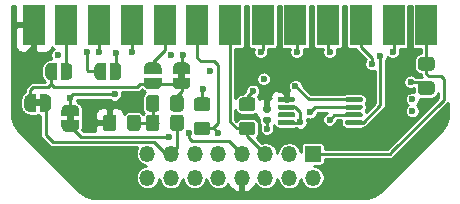
<source format=gbr>
%TF.GenerationSoftware,KiCad,Pcbnew,(5.1.6)-1*%
%TF.CreationDate,2021-02-17T18:40:24-08:00*%
%TF.ProjectId,kg-cable-asl,6b672d63-6162-46c6-952d-61736c2e6b69,rev?*%
%TF.SameCoordinates,Original*%
%TF.FileFunction,Copper,L1,Top*%
%TF.FilePolarity,Positive*%
%FSLAX46Y46*%
G04 Gerber Fmt 4.6, Leading zero omitted, Abs format (unit mm)*
G04 Created by KiCad (PCBNEW (5.1.6)-1) date 2021-02-17 18:40:24*
%MOMM*%
%LPD*%
G01*
G04 APERTURE LIST*
%TA.AperFunction,EtchedComponent*%
%ADD10C,0.100000*%
%TD*%
%TA.AperFunction,ComponentPad*%
%ADD11O,1.350000X1.350000*%
%TD*%
%TA.AperFunction,ComponentPad*%
%ADD12R,1.350000X1.350000*%
%TD*%
%TA.AperFunction,SMDPad,CuDef*%
%ADD13C,0.100000*%
%TD*%
%TA.AperFunction,SMDPad,CuDef*%
%ADD14R,1.846667X3.480000*%
%TD*%
%TA.AperFunction,ViaPad*%
%ADD15C,0.600000*%
%TD*%
%TA.AperFunction,Conductor*%
%ADD16C,0.250000*%
%TD*%
%TA.AperFunction,Conductor*%
%ADD17C,0.254000*%
%TD*%
G04 APERTURE END LIST*
D10*
%TO.C,JP3*%
G36*
X143373000Y-106176000D02*
G01*
X143373000Y-106676000D01*
X143973000Y-106676000D01*
X143973000Y-106176000D01*
X143373000Y-106176000D01*
G37*
%TO.C,JP2*%
G36*
X131250000Y-109012000D02*
G01*
X131750000Y-109012000D01*
X131750000Y-108412000D01*
X131250000Y-108412000D01*
X131250000Y-109012000D01*
G37*
%TO.C,JP1*%
G36*
X133950000Y-109750000D02*
G01*
X133950000Y-110250000D01*
X134550000Y-110250000D01*
X134550000Y-109750000D01*
X133950000Y-109750000D01*
G37*
%TD*%
%TO.P,R12,2*%
%TO.N,Net-(C2-Pad2)*%
%TA.AperFunction,SMDPad,CuDef*%
G36*
G01*
X139050000Y-110850001D02*
X139050000Y-109949999D01*
G75*
G02*
X139299999Y-109700000I249999J0D01*
G01*
X139950001Y-109700000D01*
G75*
G02*
X140200000Y-109949999I0J-249999D01*
G01*
X140200000Y-110850001D01*
G75*
G02*
X139950001Y-111100000I-249999J0D01*
G01*
X139299999Y-111100000D01*
G75*
G02*
X139050000Y-110850001I0J249999D01*
G01*
G37*
%TD.AperFunction*%
%TO.P,R12,1*%
%TO.N,GND*%
%TA.AperFunction,SMDPad,CuDef*%
G36*
G01*
X137000000Y-110850001D02*
X137000000Y-109949999D01*
G75*
G02*
X137249999Y-109700000I249999J0D01*
G01*
X137900001Y-109700000D01*
G75*
G02*
X138150000Y-109949999I0J-249999D01*
G01*
X138150000Y-110850001D01*
G75*
G02*
X137900001Y-111100000I-249999J0D01*
G01*
X137249999Y-111100000D01*
G75*
G02*
X137000000Y-110850001I0J249999D01*
G01*
G37*
%TD.AperFunction*%
%TD*%
%TO.P,R11,2*%
%TO.N,/MIC*%
%TA.AperFunction,SMDPad,CuDef*%
G36*
G01*
X142700000Y-110850001D02*
X142700000Y-109949999D01*
G75*
G02*
X142949999Y-109700000I249999J0D01*
G01*
X143600001Y-109700000D01*
G75*
G02*
X143850000Y-109949999I0J-249999D01*
G01*
X143850000Y-110850001D01*
G75*
G02*
X143600001Y-111100000I-249999J0D01*
G01*
X142949999Y-111100000D01*
G75*
G02*
X142700000Y-110850001I0J249999D01*
G01*
G37*
%TD.AperFunction*%
%TO.P,R11,1*%
%TO.N,Net-(C2-Pad2)*%
%TA.AperFunction,SMDPad,CuDef*%
G36*
G01*
X140650000Y-110850001D02*
X140650000Y-109949999D01*
G75*
G02*
X140899999Y-109700000I249999J0D01*
G01*
X141550001Y-109700000D01*
G75*
G02*
X141800000Y-109949999I0J-249999D01*
G01*
X141800000Y-110850001D01*
G75*
G02*
X141550001Y-111100000I-249999J0D01*
G01*
X140899999Y-111100000D01*
G75*
G02*
X140650000Y-110850001I0J249999D01*
G01*
G37*
%TD.AperFunction*%
%TD*%
%TO.P,C2,2*%
%TO.N,Net-(C2-Pad2)*%
%TA.AperFunction,SMDPad,CuDef*%
G36*
G01*
X141800000Y-108299999D02*
X141800000Y-109200001D01*
G75*
G02*
X141550001Y-109450000I-249999J0D01*
G01*
X140899999Y-109450000D01*
G75*
G02*
X140650000Y-109200001I0J249999D01*
G01*
X140650000Y-108299999D01*
G75*
G02*
X140899999Y-108050000I249999J0D01*
G01*
X141550001Y-108050000D01*
G75*
G02*
X141800000Y-108299999I0J-249999D01*
G01*
G37*
%TD.AperFunction*%
%TO.P,C2,1*%
%TO.N,Net-(C2-Pad1)*%
%TA.AperFunction,SMDPad,CuDef*%
G36*
G01*
X143850000Y-108299999D02*
X143850000Y-109200001D01*
G75*
G02*
X143600001Y-109450000I-249999J0D01*
G01*
X142949999Y-109450000D01*
G75*
G02*
X142700000Y-109200001I0J249999D01*
G01*
X142700000Y-108299999D01*
G75*
G02*
X142949999Y-108050000I249999J0D01*
G01*
X143600001Y-108050000D01*
G75*
G02*
X143850000Y-108299999I0J-249999D01*
G01*
G37*
%TD.AperFunction*%
%TD*%
D11*
%TO.P,J1,16*%
%TO.N,+12V*%
X140772900Y-115030000D03*
%TO.P,J1,15*%
%TO.N,/GPIO8*%
X140772900Y-113030000D03*
%TO.P,J1,14*%
%TO.N,/GPIO7*%
X142772900Y-115030000D03*
%TO.P,J1,13*%
%TO.N,/MIC*%
X142772900Y-113030000D03*
%TO.P,J1,12*%
%TO.N,/GPIO6*%
X144772900Y-115030000D03*
%TO.P,J1,11*%
%TO.N,/AUDIO_OUT*%
X144772900Y-113030000D03*
%TO.P,J1,10*%
%TO.N,/GPIO5*%
X146772900Y-115030000D03*
%TO.P,J1,9*%
%TO.N,/COR_DET*%
X146772900Y-113030000D03*
%TO.P,J1,8*%
%TO.N,GND*%
X148772900Y-115030000D03*
%TO.P,J1,7*%
%TO.N,/LEFT_OUT*%
X148772900Y-113030000D03*
%TO.P,J1,6*%
%TO.N,/GPIO4*%
X150772900Y-115030000D03*
%TO.P,J1,5*%
%TO.N,/CTCSS_DET*%
X150772900Y-113030000D03*
%TO.P,J1,4*%
%TO.N,/GPIO1*%
X152772900Y-115030000D03*
%TO.P,J1,3*%
%TO.N,+5V*%
X152772900Y-113030000D03*
%TO.P,J1,2*%
%TO.N,/GPIO2*%
X154772900Y-115030000D03*
D12*
%TO.P,J1,1*%
%TO.N,/PTT*%
X154772900Y-113030000D03*
%TD*%
%TO.P,R10,2*%
%TO.N,/COR_DET*%
%TA.AperFunction,SMDPad,CuDef*%
G36*
G01*
X144964999Y-110305000D02*
X145865001Y-110305000D01*
G75*
G02*
X146115000Y-110554999I0J-249999D01*
G01*
X146115000Y-111205001D01*
G75*
G02*
X145865001Y-111455000I-249999J0D01*
G01*
X144964999Y-111455000D01*
G75*
G02*
X144715000Y-111205001I0J249999D01*
G01*
X144715000Y-110554999D01*
G75*
G02*
X144964999Y-110305000I249999J0D01*
G01*
G37*
%TD.AperFunction*%
%TO.P,R10,1*%
%TO.N,+5V*%
%TA.AperFunction,SMDPad,CuDef*%
G36*
G01*
X144964999Y-108255000D02*
X145865001Y-108255000D01*
G75*
G02*
X146115000Y-108504999I0J-249999D01*
G01*
X146115000Y-109155001D01*
G75*
G02*
X145865001Y-109405000I-249999J0D01*
G01*
X144964999Y-109405000D01*
G75*
G02*
X144715000Y-109155001I0J249999D01*
G01*
X144715000Y-108504999D01*
G75*
G02*
X144964999Y-108255000I249999J0D01*
G01*
G37*
%TD.AperFunction*%
%TD*%
%TO.P,R9,2*%
%TO.N,/CTCSS_DET*%
%TA.AperFunction,SMDPad,CuDef*%
G36*
G01*
X148774999Y-110305000D02*
X149675001Y-110305000D01*
G75*
G02*
X149925000Y-110554999I0J-249999D01*
G01*
X149925000Y-111205001D01*
G75*
G02*
X149675001Y-111455000I-249999J0D01*
G01*
X148774999Y-111455000D01*
G75*
G02*
X148525000Y-111205001I0J249999D01*
G01*
X148525000Y-110554999D01*
G75*
G02*
X148774999Y-110305000I249999J0D01*
G01*
G37*
%TD.AperFunction*%
%TO.P,R9,1*%
%TO.N,+5V*%
%TA.AperFunction,SMDPad,CuDef*%
G36*
G01*
X148774999Y-108255000D02*
X149675001Y-108255000D01*
G75*
G02*
X149925000Y-108504999I0J-249999D01*
G01*
X149925000Y-109155001D01*
G75*
G02*
X149675001Y-109405000I-249999J0D01*
G01*
X148774999Y-109405000D01*
G75*
G02*
X148525000Y-109155001I0J249999D01*
G01*
X148525000Y-108504999D01*
G75*
G02*
X148774999Y-108255000I249999J0D01*
G01*
G37*
%TD.AperFunction*%
%TD*%
%TO.P,R8,2*%
%TO.N,/PTT*%
%TA.AperFunction,SMDPad,CuDef*%
G36*
G01*
X164842901Y-105976000D02*
X163942899Y-105976000D01*
G75*
G02*
X163692900Y-105726001I0J249999D01*
G01*
X163692900Y-105075999D01*
G75*
G02*
X163942899Y-104826000I249999J0D01*
G01*
X164842901Y-104826000D01*
G75*
G02*
X165092900Y-105075999I0J-249999D01*
G01*
X165092900Y-105726001D01*
G75*
G02*
X164842901Y-105976000I-249999J0D01*
G01*
G37*
%TD.AperFunction*%
%TO.P,R8,1*%
%TO.N,+5V*%
%TA.AperFunction,SMDPad,CuDef*%
G36*
G01*
X164842901Y-108026000D02*
X163942899Y-108026000D01*
G75*
G02*
X163692900Y-107776001I0J249999D01*
G01*
X163692900Y-107125999D01*
G75*
G02*
X163942899Y-106876000I249999J0D01*
G01*
X164842901Y-106876000D01*
G75*
G02*
X165092900Y-107125999I0J-249999D01*
G01*
X165092900Y-107776001D01*
G75*
G02*
X164842901Y-108026000I-249999J0D01*
G01*
G37*
%TD.AperFunction*%
%TD*%
%TO.P,C1,2*%
%TO.N,+5V*%
%TA.AperFunction,SMDPad,CuDef*%
G36*
G01*
X150727500Y-109890000D02*
X151072500Y-109890000D01*
G75*
G02*
X151220000Y-110037500I0J-147500D01*
G01*
X151220000Y-110332500D01*
G75*
G02*
X151072500Y-110480000I-147500J0D01*
G01*
X150727500Y-110480000D01*
G75*
G02*
X150580000Y-110332500I0J147500D01*
G01*
X150580000Y-110037500D01*
G75*
G02*
X150727500Y-109890000I147500J0D01*
G01*
G37*
%TD.AperFunction*%
%TO.P,C1,1*%
%TO.N,GND*%
%TA.AperFunction,SMDPad,CuDef*%
G36*
G01*
X150727500Y-108920000D02*
X151072500Y-108920000D01*
G75*
G02*
X151220000Y-109067500I0J-147500D01*
G01*
X151220000Y-109362500D01*
G75*
G02*
X151072500Y-109510000I-147500J0D01*
G01*
X150727500Y-109510000D01*
G75*
G02*
X150580000Y-109362500I0J147500D01*
G01*
X150580000Y-109067500D01*
G75*
G02*
X150727500Y-108920000I147500J0D01*
G01*
G37*
%TD.AperFunction*%
%TD*%
%TO.P,U1,8*%
%TO.N,+5V*%
%TA.AperFunction,SMDPad,CuDef*%
G36*
G01*
X153275000Y-110275000D02*
X153275000Y-110475000D01*
G75*
G02*
X153175000Y-110575000I-100000J0D01*
G01*
X151900000Y-110575000D01*
G75*
G02*
X151800000Y-110475000I0J100000D01*
G01*
X151800000Y-110275000D01*
G75*
G02*
X151900000Y-110175000I100000J0D01*
G01*
X153175000Y-110175000D01*
G75*
G02*
X153275000Y-110275000I0J-100000D01*
G01*
G37*
%TD.AperFunction*%
%TO.P,U1,7*%
%TO.N,N/C*%
%TA.AperFunction,SMDPad,CuDef*%
G36*
G01*
X153275000Y-109625000D02*
X153275000Y-109825000D01*
G75*
G02*
X153175000Y-109925000I-100000J0D01*
G01*
X151900000Y-109925000D01*
G75*
G02*
X151800000Y-109825000I0J100000D01*
G01*
X151800000Y-109625000D01*
G75*
G02*
X151900000Y-109525000I100000J0D01*
G01*
X153175000Y-109525000D01*
G75*
G02*
X153275000Y-109625000I0J-100000D01*
G01*
G37*
%TD.AperFunction*%
%TO.P,U1,6*%
%TO.N,+5V*%
%TA.AperFunction,SMDPad,CuDef*%
G36*
G01*
X153275000Y-108975000D02*
X153275000Y-109175000D01*
G75*
G02*
X153175000Y-109275000I-100000J0D01*
G01*
X151900000Y-109275000D01*
G75*
G02*
X151800000Y-109175000I0J100000D01*
G01*
X151800000Y-108975000D01*
G75*
G02*
X151900000Y-108875000I100000J0D01*
G01*
X153175000Y-108875000D01*
G75*
G02*
X153275000Y-108975000I0J-100000D01*
G01*
G37*
%TD.AperFunction*%
%TO.P,U1,5*%
%TO.N,GND*%
%TA.AperFunction,SMDPad,CuDef*%
G36*
G01*
X153275000Y-108325000D02*
X153275000Y-108525000D01*
G75*
G02*
X153175000Y-108625000I-100000J0D01*
G01*
X151900000Y-108625000D01*
G75*
G02*
X151800000Y-108525000I0J100000D01*
G01*
X151800000Y-108325000D01*
G75*
G02*
X151900000Y-108225000I100000J0D01*
G01*
X153175000Y-108225000D01*
G75*
G02*
X153275000Y-108325000I0J-100000D01*
G01*
G37*
%TD.AperFunction*%
%TO.P,U1,4*%
%TO.N,/EEP_DO*%
%TA.AperFunction,SMDPad,CuDef*%
G36*
G01*
X159000000Y-108325000D02*
X159000000Y-108525000D01*
G75*
G02*
X158900000Y-108625000I-100000J0D01*
G01*
X157625000Y-108625000D01*
G75*
G02*
X157525000Y-108525000I0J100000D01*
G01*
X157525000Y-108325000D01*
G75*
G02*
X157625000Y-108225000I100000J0D01*
G01*
X158900000Y-108225000D01*
G75*
G02*
X159000000Y-108325000I0J-100000D01*
G01*
G37*
%TD.AperFunction*%
%TO.P,U1,3*%
%TO.N,/EEP_DI*%
%TA.AperFunction,SMDPad,CuDef*%
G36*
G01*
X159000000Y-108975000D02*
X159000000Y-109175000D01*
G75*
G02*
X158900000Y-109275000I-100000J0D01*
G01*
X157625000Y-109275000D01*
G75*
G02*
X157525000Y-109175000I0J100000D01*
G01*
X157525000Y-108975000D01*
G75*
G02*
X157625000Y-108875000I100000J0D01*
G01*
X158900000Y-108875000D01*
G75*
G02*
X159000000Y-108975000I0J-100000D01*
G01*
G37*
%TD.AperFunction*%
%TO.P,U1,2*%
%TO.N,/EEP_CK*%
%TA.AperFunction,SMDPad,CuDef*%
G36*
G01*
X159000000Y-109625000D02*
X159000000Y-109825000D01*
G75*
G02*
X158900000Y-109925000I-100000J0D01*
G01*
X157625000Y-109925000D01*
G75*
G02*
X157525000Y-109825000I0J100000D01*
G01*
X157525000Y-109625000D01*
G75*
G02*
X157625000Y-109525000I100000J0D01*
G01*
X158900000Y-109525000D01*
G75*
G02*
X159000000Y-109625000I0J-100000D01*
G01*
G37*
%TD.AperFunction*%
%TO.P,U1,1*%
%TO.N,/EEP_CS*%
%TA.AperFunction,SMDPad,CuDef*%
G36*
G01*
X159000000Y-110275000D02*
X159000000Y-110475000D01*
G75*
G02*
X158900000Y-110575000I-100000J0D01*
G01*
X157625000Y-110575000D01*
G75*
G02*
X157525000Y-110475000I0J100000D01*
G01*
X157525000Y-110275000D01*
G75*
G02*
X157625000Y-110175000I100000J0D01*
G01*
X158900000Y-110175000D01*
G75*
G02*
X159000000Y-110275000I0J-100000D01*
G01*
G37*
%TD.AperFunction*%
%TD*%
%TA.AperFunction,SMDPad,CuDef*%
D13*
%TO.P,JP6,2*%
%TO.N,/MIC_IN*%
G36*
X140474602Y-105776000D02*
G01*
X140474602Y-105751466D01*
X140479412Y-105702635D01*
X140488984Y-105654510D01*
X140503228Y-105607555D01*
X140522005Y-105562222D01*
X140545136Y-105518949D01*
X140572396Y-105478150D01*
X140603524Y-105440221D01*
X140638221Y-105405524D01*
X140676150Y-105374396D01*
X140716949Y-105347136D01*
X140760222Y-105324005D01*
X140805555Y-105305228D01*
X140852510Y-105290984D01*
X140900635Y-105281412D01*
X140949466Y-105276602D01*
X140974000Y-105276602D01*
X140974000Y-105276000D01*
X141474000Y-105276000D01*
X141474000Y-105276602D01*
X141498534Y-105276602D01*
X141547365Y-105281412D01*
X141595490Y-105290984D01*
X141642445Y-105305228D01*
X141687778Y-105324005D01*
X141731051Y-105347136D01*
X141771850Y-105374396D01*
X141809779Y-105405524D01*
X141844476Y-105440221D01*
X141875604Y-105478150D01*
X141902864Y-105518949D01*
X141925995Y-105562222D01*
X141944772Y-105607555D01*
X141959016Y-105654510D01*
X141968588Y-105702635D01*
X141973398Y-105751466D01*
X141973398Y-105776000D01*
X141974000Y-105776000D01*
X141974000Y-106276000D01*
X140474000Y-106276000D01*
X140474000Y-105776000D01*
X140474602Y-105776000D01*
G37*
%TD.AperFunction*%
%TA.AperFunction,SMDPad,CuDef*%
%TO.P,JP6,1*%
%TO.N,Net-(C2-Pad1)*%
G36*
X141974000Y-106576000D02*
G01*
X141974000Y-107076000D01*
X141973398Y-107076000D01*
X141973398Y-107100534D01*
X141968588Y-107149365D01*
X141959016Y-107197490D01*
X141944772Y-107244445D01*
X141925995Y-107289778D01*
X141902864Y-107333051D01*
X141875604Y-107373850D01*
X141844476Y-107411779D01*
X141809779Y-107446476D01*
X141771850Y-107477604D01*
X141731051Y-107504864D01*
X141687778Y-107527995D01*
X141642445Y-107546772D01*
X141595490Y-107561016D01*
X141547365Y-107570588D01*
X141498534Y-107575398D01*
X141474000Y-107575398D01*
X141474000Y-107576000D01*
X140974000Y-107576000D01*
X140974000Y-107575398D01*
X140949466Y-107575398D01*
X140900635Y-107570588D01*
X140852510Y-107561016D01*
X140805555Y-107546772D01*
X140760222Y-107527995D01*
X140716949Y-107504864D01*
X140676150Y-107477604D01*
X140638221Y-107446476D01*
X140603524Y-107411779D01*
X140572396Y-107373850D01*
X140545136Y-107333051D01*
X140522005Y-107289778D01*
X140503228Y-107244445D01*
X140488984Y-107197490D01*
X140479412Y-107149365D01*
X140474602Y-107100534D01*
X140474602Y-107076000D01*
X140474000Y-107076000D01*
X140474000Y-106576000D01*
X141974000Y-106576000D01*
G37*
%TD.AperFunction*%
%TD*%
%TA.AperFunction,SMDPad,CuDef*%
%TO.P,JP5,2*%
%TO.N,/AIN_6DB*%
G36*
X136777900Y-106794398D02*
G01*
X136753366Y-106794398D01*
X136704535Y-106789588D01*
X136656410Y-106780016D01*
X136609455Y-106765772D01*
X136564122Y-106746995D01*
X136520849Y-106723864D01*
X136480050Y-106696604D01*
X136442121Y-106665476D01*
X136407424Y-106630779D01*
X136376296Y-106592850D01*
X136349036Y-106552051D01*
X136325905Y-106508778D01*
X136307128Y-106463445D01*
X136292884Y-106416490D01*
X136283312Y-106368365D01*
X136278502Y-106319534D01*
X136278502Y-106295000D01*
X136277900Y-106295000D01*
X136277900Y-105795000D01*
X136278502Y-105795000D01*
X136278502Y-105770466D01*
X136283312Y-105721635D01*
X136292884Y-105673510D01*
X136307128Y-105626555D01*
X136325905Y-105581222D01*
X136349036Y-105537949D01*
X136376296Y-105497150D01*
X136407424Y-105459221D01*
X136442121Y-105424524D01*
X136480050Y-105393396D01*
X136520849Y-105366136D01*
X136564122Y-105343005D01*
X136609455Y-105324228D01*
X136656410Y-105309984D01*
X136704535Y-105300412D01*
X136753366Y-105295602D01*
X136777900Y-105295602D01*
X136777900Y-105295000D01*
X137277900Y-105295000D01*
X137277900Y-106795000D01*
X136777900Y-106795000D01*
X136777900Y-106794398D01*
G37*
%TD.AperFunction*%
%TA.AperFunction,SMDPad,CuDef*%
%TO.P,JP5,1*%
%TO.N,/RIGHT_OUT*%
G36*
X137577900Y-105295000D02*
G01*
X138077900Y-105295000D01*
X138077900Y-105295602D01*
X138102434Y-105295602D01*
X138151265Y-105300412D01*
X138199390Y-105309984D01*
X138246345Y-105324228D01*
X138291678Y-105343005D01*
X138334951Y-105366136D01*
X138375750Y-105393396D01*
X138413679Y-105424524D01*
X138448376Y-105459221D01*
X138479504Y-105497150D01*
X138506764Y-105537949D01*
X138529895Y-105581222D01*
X138548672Y-105626555D01*
X138562916Y-105673510D01*
X138572488Y-105721635D01*
X138577298Y-105770466D01*
X138577298Y-105795000D01*
X138577900Y-105795000D01*
X138577900Y-106295000D01*
X138577298Y-106295000D01*
X138577298Y-106319534D01*
X138572488Y-106368365D01*
X138562916Y-106416490D01*
X138548672Y-106463445D01*
X138529895Y-106508778D01*
X138506764Y-106552051D01*
X138479504Y-106592850D01*
X138448376Y-106630779D01*
X138413679Y-106665476D01*
X138375750Y-106696604D01*
X138334951Y-106723864D01*
X138291678Y-106746995D01*
X138246345Y-106765772D01*
X138199390Y-106780016D01*
X138151265Y-106789588D01*
X138102434Y-106794398D01*
X138077900Y-106794398D01*
X138077900Y-106795000D01*
X137577900Y-106795000D01*
X137577900Y-105295000D01*
G37*
%TD.AperFunction*%
%TD*%
%TA.AperFunction,SMDPad,CuDef*%
%TO.P,JP4,2*%
%TO.N,/AOUT_6DB*%
G36*
X133922900Y-105295602D02*
G01*
X133947434Y-105295602D01*
X133996265Y-105300412D01*
X134044390Y-105309984D01*
X134091345Y-105324228D01*
X134136678Y-105343005D01*
X134179951Y-105366136D01*
X134220750Y-105393396D01*
X134258679Y-105424524D01*
X134293376Y-105459221D01*
X134324504Y-105497150D01*
X134351764Y-105537949D01*
X134374895Y-105581222D01*
X134393672Y-105626555D01*
X134407916Y-105673510D01*
X134417488Y-105721635D01*
X134422298Y-105770466D01*
X134422298Y-105795000D01*
X134422900Y-105795000D01*
X134422900Y-106295000D01*
X134422298Y-106295000D01*
X134422298Y-106319534D01*
X134417488Y-106368365D01*
X134407916Y-106416490D01*
X134393672Y-106463445D01*
X134374895Y-106508778D01*
X134351764Y-106552051D01*
X134324504Y-106592850D01*
X134293376Y-106630779D01*
X134258679Y-106665476D01*
X134220750Y-106696604D01*
X134179951Y-106723864D01*
X134136678Y-106746995D01*
X134091345Y-106765772D01*
X134044390Y-106780016D01*
X133996265Y-106789588D01*
X133947434Y-106794398D01*
X133922900Y-106794398D01*
X133922900Y-106795000D01*
X133422900Y-106795000D01*
X133422900Y-105295000D01*
X133922900Y-105295000D01*
X133922900Y-105295602D01*
G37*
%TD.AperFunction*%
%TA.AperFunction,SMDPad,CuDef*%
%TO.P,JP4,1*%
%TO.N,Net-(C2-Pad1)*%
G36*
X133122900Y-106795000D02*
G01*
X132622900Y-106795000D01*
X132622900Y-106794398D01*
X132598366Y-106794398D01*
X132549535Y-106789588D01*
X132501410Y-106780016D01*
X132454455Y-106765772D01*
X132409122Y-106746995D01*
X132365849Y-106723864D01*
X132325050Y-106696604D01*
X132287121Y-106665476D01*
X132252424Y-106630779D01*
X132221296Y-106592850D01*
X132194036Y-106552051D01*
X132170905Y-106508778D01*
X132152128Y-106463445D01*
X132137884Y-106416490D01*
X132128312Y-106368365D01*
X132123502Y-106319534D01*
X132123502Y-106295000D01*
X132122900Y-106295000D01*
X132122900Y-105795000D01*
X132123502Y-105795000D01*
X132123502Y-105770466D01*
X132128312Y-105721635D01*
X132137884Y-105673510D01*
X132152128Y-105626555D01*
X132170905Y-105581222D01*
X132194036Y-105537949D01*
X132221296Y-105497150D01*
X132252424Y-105459221D01*
X132287121Y-105424524D01*
X132325050Y-105393396D01*
X132365849Y-105366136D01*
X132409122Y-105343005D01*
X132454455Y-105324228D01*
X132501410Y-105309984D01*
X132549535Y-105300412D01*
X132598366Y-105295602D01*
X132622900Y-105295602D01*
X132622900Y-105295000D01*
X133122900Y-105295000D01*
X133122900Y-106795000D01*
G37*
%TD.AperFunction*%
%TD*%
%TA.AperFunction,SMDPad,CuDef*%
%TO.P,JP3,1*%
%TO.N,Net-(C2-Pad1)*%
G36*
X144423000Y-106576000D02*
G01*
X144423000Y-107076000D01*
X144422398Y-107076000D01*
X144422398Y-107100534D01*
X144417588Y-107149365D01*
X144408016Y-107197490D01*
X144393772Y-107244445D01*
X144374995Y-107289778D01*
X144351864Y-107333051D01*
X144324604Y-107373850D01*
X144293476Y-107411779D01*
X144258779Y-107446476D01*
X144220850Y-107477604D01*
X144180051Y-107504864D01*
X144136778Y-107527995D01*
X144091445Y-107546772D01*
X144044490Y-107561016D01*
X143996365Y-107570588D01*
X143947534Y-107575398D01*
X143923000Y-107575398D01*
X143923000Y-107576000D01*
X143423000Y-107576000D01*
X143423000Y-107575398D01*
X143398466Y-107575398D01*
X143349635Y-107570588D01*
X143301510Y-107561016D01*
X143254555Y-107546772D01*
X143209222Y-107527995D01*
X143165949Y-107504864D01*
X143125150Y-107477604D01*
X143087221Y-107446476D01*
X143052524Y-107411779D01*
X143021396Y-107373850D01*
X142994136Y-107333051D01*
X142971005Y-107289778D01*
X142952228Y-107244445D01*
X142937984Y-107197490D01*
X142928412Y-107149365D01*
X142923602Y-107100534D01*
X142923602Y-107076000D01*
X142923000Y-107076000D01*
X142923000Y-106576000D01*
X144423000Y-106576000D01*
G37*
%TD.AperFunction*%
%TA.AperFunction,SMDPad,CuDef*%
%TO.P,JP3,2*%
%TO.N,/MIC_AC*%
G36*
X142923602Y-105776000D02*
G01*
X142923602Y-105751466D01*
X142928412Y-105702635D01*
X142937984Y-105654510D01*
X142952228Y-105607555D01*
X142971005Y-105562222D01*
X142994136Y-105518949D01*
X143021396Y-105478150D01*
X143052524Y-105440221D01*
X143087221Y-105405524D01*
X143125150Y-105374396D01*
X143165949Y-105347136D01*
X143209222Y-105324005D01*
X143254555Y-105305228D01*
X143301510Y-105290984D01*
X143349635Y-105281412D01*
X143398466Y-105276602D01*
X143423000Y-105276602D01*
X143423000Y-105276000D01*
X143923000Y-105276000D01*
X143923000Y-105276602D01*
X143947534Y-105276602D01*
X143996365Y-105281412D01*
X144044490Y-105290984D01*
X144091445Y-105305228D01*
X144136778Y-105324005D01*
X144180051Y-105347136D01*
X144220850Y-105374396D01*
X144258779Y-105405524D01*
X144293476Y-105440221D01*
X144324604Y-105478150D01*
X144351864Y-105518949D01*
X144374995Y-105562222D01*
X144393772Y-105607555D01*
X144408016Y-105654510D01*
X144417588Y-105702635D01*
X144422398Y-105751466D01*
X144422398Y-105776000D01*
X144423000Y-105776000D01*
X144423000Y-106276000D01*
X142923000Y-106276000D01*
X142923000Y-105776000D01*
X142923602Y-105776000D01*
G37*
%TD.AperFunction*%
%TD*%
%TA.AperFunction,SMDPad,CuDef*%
%TO.P,JP2,1*%
%TO.N,/MIC*%
G36*
X131650000Y-107962000D02*
G01*
X132150000Y-107962000D01*
X132150000Y-107962602D01*
X132174534Y-107962602D01*
X132223365Y-107967412D01*
X132271490Y-107976984D01*
X132318445Y-107991228D01*
X132363778Y-108010005D01*
X132407051Y-108033136D01*
X132447850Y-108060396D01*
X132485779Y-108091524D01*
X132520476Y-108126221D01*
X132551604Y-108164150D01*
X132578864Y-108204949D01*
X132601995Y-108248222D01*
X132620772Y-108293555D01*
X132635016Y-108340510D01*
X132644588Y-108388635D01*
X132649398Y-108437466D01*
X132649398Y-108462000D01*
X132650000Y-108462000D01*
X132650000Y-108962000D01*
X132649398Y-108962000D01*
X132649398Y-108986534D01*
X132644588Y-109035365D01*
X132635016Y-109083490D01*
X132620772Y-109130445D01*
X132601995Y-109175778D01*
X132578864Y-109219051D01*
X132551604Y-109259850D01*
X132520476Y-109297779D01*
X132485779Y-109332476D01*
X132447850Y-109363604D01*
X132407051Y-109390864D01*
X132363778Y-109413995D01*
X132318445Y-109432772D01*
X132271490Y-109447016D01*
X132223365Y-109456588D01*
X132174534Y-109461398D01*
X132150000Y-109461398D01*
X132150000Y-109462000D01*
X131650000Y-109462000D01*
X131650000Y-107962000D01*
G37*
%TD.AperFunction*%
%TA.AperFunction,SMDPad,CuDef*%
%TO.P,JP2,2*%
%TO.N,Net-(C2-Pad1)*%
G36*
X130850000Y-109461398D02*
G01*
X130825466Y-109461398D01*
X130776635Y-109456588D01*
X130728510Y-109447016D01*
X130681555Y-109432772D01*
X130636222Y-109413995D01*
X130592949Y-109390864D01*
X130552150Y-109363604D01*
X130514221Y-109332476D01*
X130479524Y-109297779D01*
X130448396Y-109259850D01*
X130421136Y-109219051D01*
X130398005Y-109175778D01*
X130379228Y-109130445D01*
X130364984Y-109083490D01*
X130355412Y-109035365D01*
X130350602Y-108986534D01*
X130350602Y-108962000D01*
X130350000Y-108962000D01*
X130350000Y-108462000D01*
X130350602Y-108462000D01*
X130350602Y-108437466D01*
X130355412Y-108388635D01*
X130364984Y-108340510D01*
X130379228Y-108293555D01*
X130398005Y-108248222D01*
X130421136Y-108204949D01*
X130448396Y-108164150D01*
X130479524Y-108126221D01*
X130514221Y-108091524D01*
X130552150Y-108060396D01*
X130592949Y-108033136D01*
X130636222Y-108010005D01*
X130681555Y-107991228D01*
X130728510Y-107976984D01*
X130776635Y-107967412D01*
X130825466Y-107962602D01*
X130850000Y-107962602D01*
X130850000Y-107962000D01*
X131350000Y-107962000D01*
X131350000Y-109462000D01*
X130850000Y-109462000D01*
X130850000Y-109461398D01*
G37*
%TD.AperFunction*%
%TD*%
%TA.AperFunction,SMDPad,CuDef*%
%TO.P,JP1,1*%
%TO.N,/AUDIO_OUT*%
G36*
X135000000Y-110150000D02*
G01*
X135000000Y-110650000D01*
X134999398Y-110650000D01*
X134999398Y-110674534D01*
X134994588Y-110723365D01*
X134985016Y-110771490D01*
X134970772Y-110818445D01*
X134951995Y-110863778D01*
X134928864Y-110907051D01*
X134901604Y-110947850D01*
X134870476Y-110985779D01*
X134835779Y-111020476D01*
X134797850Y-111051604D01*
X134757051Y-111078864D01*
X134713778Y-111101995D01*
X134668445Y-111120772D01*
X134621490Y-111135016D01*
X134573365Y-111144588D01*
X134524534Y-111149398D01*
X134500000Y-111149398D01*
X134500000Y-111150000D01*
X134000000Y-111150000D01*
X134000000Y-111149398D01*
X133975466Y-111149398D01*
X133926635Y-111144588D01*
X133878510Y-111135016D01*
X133831555Y-111120772D01*
X133786222Y-111101995D01*
X133742949Y-111078864D01*
X133702150Y-111051604D01*
X133664221Y-111020476D01*
X133629524Y-110985779D01*
X133598396Y-110947850D01*
X133571136Y-110907051D01*
X133548005Y-110863778D01*
X133529228Y-110818445D01*
X133514984Y-110771490D01*
X133505412Y-110723365D01*
X133500602Y-110674534D01*
X133500602Y-110650000D01*
X133500000Y-110650000D01*
X133500000Y-110150000D01*
X135000000Y-110150000D01*
G37*
%TD.AperFunction*%
%TA.AperFunction,SMDPad,CuDef*%
%TO.P,JP1,2*%
%TO.N,/RIGHT_OUT*%
G36*
X133500602Y-109350000D02*
G01*
X133500602Y-109325466D01*
X133505412Y-109276635D01*
X133514984Y-109228510D01*
X133529228Y-109181555D01*
X133548005Y-109136222D01*
X133571136Y-109092949D01*
X133598396Y-109052150D01*
X133629524Y-109014221D01*
X133664221Y-108979524D01*
X133702150Y-108948396D01*
X133742949Y-108921136D01*
X133786222Y-108898005D01*
X133831555Y-108879228D01*
X133878510Y-108864984D01*
X133926635Y-108855412D01*
X133975466Y-108850602D01*
X134000000Y-108850602D01*
X134000000Y-108850000D01*
X134500000Y-108850000D01*
X134500000Y-108850602D01*
X134524534Y-108850602D01*
X134573365Y-108855412D01*
X134621490Y-108864984D01*
X134668445Y-108879228D01*
X134713778Y-108898005D01*
X134757051Y-108921136D01*
X134797850Y-108948396D01*
X134835779Y-108979524D01*
X134870476Y-109014221D01*
X134901604Y-109052150D01*
X134928864Y-109092949D01*
X134951995Y-109136222D01*
X134970772Y-109181555D01*
X134985016Y-109228510D01*
X134994588Y-109276635D01*
X134999398Y-109325466D01*
X134999398Y-109350000D01*
X135000000Y-109350000D01*
X135000000Y-109850000D01*
X133500000Y-109850000D01*
X133500000Y-109350000D01*
X133500602Y-109350000D01*
G37*
%TD.AperFunction*%
%TD*%
D14*
%TO.P,J2,13*%
%TO.N,GND*%
X131152900Y-102108000D03*
%TO.P,J2,12*%
%TO.N,/AOUT_6DB*%
X133922900Y-102108000D03*
%TO.P,J2,11*%
%TO.N,/GPIO8*%
X136692900Y-102108000D03*
%TO.P,J2,10*%
%TO.N,/GPIO7*%
X139462900Y-102108000D03*
%TO.P,J2,9*%
%TO.N,/MIC_IN*%
X142232900Y-102108000D03*
%TO.P,J2,8*%
%TO.N,/COR_DET*%
X145002900Y-102108000D03*
%TO.P,J2,7*%
%TO.N,/CTCSS_DET*%
X147772900Y-102108000D03*
%TO.P,J2,6*%
%TO.N,/GPIO6*%
X150542900Y-102108000D03*
%TO.P,J2,5*%
%TO.N,/GPIO5*%
X153312900Y-102108000D03*
%TO.P,J2,4*%
%TO.N,/GPIO4*%
X156082900Y-102108000D03*
%TO.P,J2,3*%
%TO.N,/GPIO2*%
X158852900Y-102108000D03*
%TO.P,J2,2*%
%TO.N,/GPIO1*%
X161622900Y-102108000D03*
%TO.P,J2,1*%
%TO.N,/PTT*%
X164392900Y-102108000D03*
%TD*%
D15*
%TO.N,GND*%
X130302000Y-105156000D03*
X130302000Y-106172000D03*
X131318000Y-106172000D03*
X131318000Y-105156000D03*
X148500000Y-106700000D03*
%TO.N,+5V*%
X153718961Y-110368794D03*
%TO.N,GND*%
X162000000Y-108500000D03*
X136000000Y-110250000D03*
X158200000Y-106900000D03*
X150900000Y-108400000D03*
X152100000Y-107600000D03*
%TO.N,+5V*%
X163068000Y-106934000D03*
X150622000Y-106680000D03*
X142752667Y-104652538D03*
X133197900Y-104648000D03*
X146050000Y-106045000D03*
X149700000Y-107700000D03*
X145500000Y-107500000D03*
X163200000Y-108400000D03*
X163200000Y-109400000D03*
X150900000Y-110900000D03*
%TO.N,/AIN_6DB*%
X135643264Y-104434558D03*
%TO.N,/RIGHT_OUT*%
X138100000Y-104500000D03*
X134250000Y-108262000D03*
X138000000Y-107999998D03*
%TO.N,/LEFT_OUT*%
X144300000Y-111300000D03*
%TO.N,/MIC_AC*%
X143764000Y-104648000D03*
%TO.N,/EEP_DO*%
X153300000Y-107300000D03*
%TO.N,/EEP_DI*%
X154564810Y-109509871D03*
%TO.N,/EEP_CK*%
X156201091Y-110124228D03*
%TO.N,/EEP_CS*%
X160500000Y-104700000D03*
%TO.N,/GPIO8*%
X136652000Y-104394000D03*
%TO.N,/GPIO7*%
X139446000Y-104394000D03*
%TO.N,/COR_DET*%
X146750000Y-111250000D03*
%TO.N,/GPIO6*%
X150368000Y-104394000D03*
%TO.N,/GPIO5*%
X153416000Y-104394000D03*
%TO.N,/GPIO4*%
X156210000Y-104394000D03*
%TO.N,/GPIO2*%
X159766000Y-105410000D03*
%TO.N,/GPIO1*%
X161544000Y-104394000D03*
%TO.N,/AUDIO_OUT*%
X142600000Y-111600000D03*
%TD*%
D16*
%TO.N,GND*%
X131152900Y-102108000D02*
X131152900Y-103797100D01*
X131152900Y-103797100D02*
X130302000Y-104648000D01*
X130302000Y-104648000D02*
X130302000Y-105156000D01*
X130302000Y-106172000D02*
X131318000Y-106172000D01*
%TO.N,+5V*%
X153712755Y-110375000D02*
X153718961Y-110368794D01*
X152537500Y-110375000D02*
X153712755Y-110375000D01*
%TO.N,GND*%
X137575000Y-110400000D02*
X136150000Y-110400000D01*
X136150000Y-110400000D02*
X136000000Y-110250000D01*
X150900000Y-109215000D02*
X150900000Y-108400000D01*
X152537500Y-108425000D02*
X152537500Y-108037500D01*
X152537500Y-108037500D02*
X152100000Y-107600000D01*
%TO.N,+5V*%
X152941000Y-113482000D02*
X153035000Y-113388000D01*
%TO.N,/PTT*%
X154473000Y-113352500D02*
X155123000Y-113352500D01*
%TO.N,+5V*%
X163875900Y-106934000D02*
X163068000Y-106934000D01*
X164392900Y-107451000D02*
X163875900Y-106934000D01*
X149225000Y-108830000D02*
X149225000Y-108175000D01*
X149225000Y-108175000D02*
X149700000Y-107700000D01*
X145415000Y-108830000D02*
X145415000Y-107585000D01*
X145415000Y-107585000D02*
X145500000Y-107500000D01*
X150900000Y-110185000D02*
X150900000Y-110900000D01*
X153718961Y-109518961D02*
X153718961Y-110368794D01*
X153275000Y-109075000D02*
X153718961Y-109518961D01*
X152537500Y-109075000D02*
X153275000Y-109075000D01*
%TO.N,/AIN_6DB*%
X136777900Y-106045000D02*
X135763000Y-106045000D01*
X135763000Y-106045000D02*
X135643264Y-105925264D01*
X135643264Y-105925264D02*
X135643264Y-104434558D01*
%TO.N,/RIGHT_OUT*%
X138100000Y-106022900D02*
X138077900Y-106045000D01*
X138100000Y-104500000D02*
X138100000Y-106022900D01*
X134250000Y-109350000D02*
X134250000Y-108262000D01*
X134250000Y-108262000D02*
X134250000Y-108250000D01*
X134250000Y-108250000D02*
X134500002Y-107999998D01*
X134500002Y-107999998D02*
X138000000Y-107999998D01*
%TO.N,/LEFT_OUT*%
X144533220Y-111957484D02*
X144300000Y-111724264D01*
X147700384Y-111957484D02*
X144533220Y-111957484D01*
X144300000Y-111724264D02*
X144300000Y-111300000D01*
X148772900Y-113030000D02*
X147700384Y-111957484D01*
%TO.N,/MIC_AC*%
X143673000Y-105776000D02*
X143673000Y-104739000D01*
X143673000Y-104739000D02*
X143764000Y-104648000D01*
%TO.N,/EEP_DO*%
X154425000Y-108425000D02*
X158262500Y-108425000D01*
X153300000Y-107300000D02*
X154425000Y-108425000D01*
%TO.N,/EEP_DI*%
X154999681Y-109075000D02*
X154564810Y-109509871D01*
X158262500Y-109075000D02*
X154999681Y-109075000D01*
%TO.N,/EEP_CK*%
X156600319Y-109725000D02*
X156201091Y-110124228D01*
X158262500Y-109725000D02*
X156600319Y-109725000D01*
%TO.N,/EEP_CS*%
X160500000Y-108875000D02*
X160500000Y-104700000D01*
X158262500Y-110375000D02*
X159000000Y-110375000D01*
X159000000Y-110375000D02*
X160500000Y-108875000D01*
%TO.N,/AOUT_6DB*%
X133922900Y-106045000D02*
X133922900Y-102108000D01*
%TO.N,/GPIO8*%
X136692900Y-102108000D02*
X136692900Y-104353100D01*
X136692900Y-104353100D02*
X136652000Y-104394000D01*
%TO.N,/GPIO7*%
X139446000Y-102124900D02*
X139462900Y-102108000D01*
X139446000Y-104394000D02*
X139446000Y-102124900D01*
%TO.N,/MIC_IN*%
X141224000Y-105776000D02*
X141224000Y-105276000D01*
X142232900Y-104267100D02*
X142232900Y-102108000D01*
X141224000Y-105276000D02*
X142232900Y-104267100D01*
%TO.N,/COR_DET*%
X146050000Y-105179000D02*
X145311000Y-105179000D01*
X145002900Y-104870900D02*
X145002900Y-102108000D01*
X145311000Y-105179000D02*
X145002900Y-104870900D01*
X146050000Y-105179000D02*
X146454000Y-105179000D01*
X146775001Y-105500001D02*
X146775001Y-110399999D01*
X146454000Y-105179000D02*
X146775001Y-105500001D01*
X146295000Y-110880000D02*
X145415000Y-110880000D01*
X146775001Y-110399999D02*
X146295000Y-110880000D01*
X146295000Y-110880000D02*
X146380000Y-110880000D01*
X146380000Y-110880000D02*
X146750000Y-111250000D01*
%TO.N,/CTCSS_DET*%
X148345000Y-110880000D02*
X149225000Y-110880000D01*
X147772900Y-102108000D02*
X147772900Y-110307900D01*
X147772900Y-110307900D02*
X148345000Y-110880000D01*
X149225000Y-111482100D02*
X150772900Y-113030000D01*
X149225000Y-110880000D02*
X149225000Y-111482100D01*
%TO.N,/GPIO6*%
X150542900Y-102108000D02*
X150542900Y-104219100D01*
X150542900Y-104219100D02*
X150368000Y-104394000D01*
%TO.N,/GPIO5*%
X153416000Y-102211100D02*
X153312900Y-102108000D01*
X153416000Y-104394000D02*
X153416000Y-102211100D01*
%TO.N,/GPIO4*%
X156082900Y-102108000D02*
X156082900Y-104266900D01*
X156082900Y-104266900D02*
X156210000Y-104394000D01*
%TO.N,/GPIO2*%
X158852900Y-102108000D02*
X158852900Y-103988900D01*
X158852900Y-103988900D02*
X159766000Y-104902000D01*
X159766000Y-104902000D02*
X159766000Y-105410000D01*
%TO.N,/GPIO1*%
X161622900Y-102108000D02*
X161622900Y-104315100D01*
X161622900Y-104315100D02*
X161544000Y-104394000D01*
%TO.N,/PTT*%
X164392900Y-105401000D02*
X164392900Y-102108000D01*
X164392900Y-106226900D02*
X164392900Y-105401000D01*
X164592000Y-106426000D02*
X164392900Y-106226900D01*
X165862000Y-106680000D02*
X165608000Y-106426000D01*
X165862000Y-108458000D02*
X165862000Y-106680000D01*
X165608000Y-106426000D02*
X164592000Y-106426000D01*
%TO.N,/GPIO5*%
X146772900Y-114713998D02*
X146772900Y-114824000D01*
%TO.N,/PTT*%
X154772900Y-113030000D02*
X161290000Y-113030000D01*
X161290000Y-113030000D02*
X161510000Y-112810000D01*
X161510000Y-112810000D02*
X165862000Y-108458000D01*
%TO.N,/AUDIO_OUT*%
X142600000Y-111600000D02*
X141879989Y-111579989D01*
X141879989Y-111579989D02*
X135179989Y-111579989D01*
X135179989Y-111579989D02*
X134250000Y-110650000D01*
%TO.N,Net-(C2-Pad1)*%
X141224000Y-107076000D02*
X143673000Y-107076000D01*
X132622900Y-106045000D02*
X132622900Y-106968900D01*
%TO.N,Net-(C2-Pad2)*%
X141225000Y-110400000D02*
X141686810Y-110400000D01*
%TO.N,/MIC*%
X132150000Y-111400000D02*
X132150000Y-108712000D01*
X143275000Y-112527900D02*
X142772900Y-113030000D01*
X143275000Y-110400000D02*
X143275000Y-112527900D01*
X132779999Y-112029999D02*
X132750000Y-112000000D01*
X132750000Y-112000000D02*
X132150000Y-111400000D01*
X141341838Y-112029999D02*
X132779999Y-112029999D01*
X142772900Y-113030000D02*
X142341839Y-113030000D01*
X142341839Y-113030000D02*
X141341838Y-112029999D01*
%TO.N,Net-(C2-Pad2)*%
X141225000Y-108750000D02*
X141225000Y-110400000D01*
X141225000Y-110400000D02*
X139625000Y-110400000D01*
%TO.N,Net-(C2-Pad1)*%
X130850000Y-107650000D02*
X130850000Y-108712000D01*
X140925002Y-107374998D02*
X140925002Y-107374998D01*
X143275000Y-108750000D02*
X143275000Y-108125000D01*
X143673000Y-107727000D02*
X143673000Y-107076000D01*
X143275000Y-108125000D02*
X143673000Y-107727000D01*
X131125002Y-107374998D02*
X130850000Y-107650000D01*
X132622900Y-107127100D02*
X132375002Y-107374998D01*
X132622900Y-106968900D02*
X132622900Y-107127100D01*
X132375002Y-107374998D02*
X131125002Y-107374998D01*
X132870798Y-107374998D02*
X132622900Y-107127100D01*
X141224000Y-107076000D02*
X140173996Y-107076000D01*
X140173996Y-107076000D02*
X139874998Y-107374998D01*
X139874998Y-107374998D02*
X132870798Y-107374998D01*
%TD*%
D17*
%TO.N,GND*%
G36*
X129594567Y-101822250D02*
G01*
X129753317Y-101981000D01*
X131025900Y-101981000D01*
X131025900Y-101961000D01*
X131279900Y-101961000D01*
X131279900Y-101981000D01*
X131299900Y-101981000D01*
X131299900Y-102235000D01*
X131279900Y-102235000D01*
X131279900Y-104324250D01*
X131438650Y-104483000D01*
X132076233Y-104486072D01*
X132200715Y-104473812D01*
X132320413Y-104437502D01*
X132430727Y-104378537D01*
X132527418Y-104299185D01*
X132606770Y-104202494D01*
X132665735Y-104092180D01*
X132699611Y-103980505D01*
X132726361Y-104030550D01*
X132767224Y-104080343D01*
X132817017Y-104121206D01*
X132839637Y-104133297D01*
X132798211Y-104160977D01*
X132710877Y-104248311D01*
X132642260Y-104351004D01*
X132594995Y-104465111D01*
X132570900Y-104586246D01*
X132570900Y-104709754D01*
X132594995Y-104830889D01*
X132642260Y-104944996D01*
X132656574Y-104966418D01*
X132622900Y-104966418D01*
X132598453Y-104968826D01*
X132573891Y-104968826D01*
X132509788Y-104975140D01*
X132413655Y-104994262D01*
X132352017Y-105012959D01*
X132261461Y-105050468D01*
X132204651Y-105080833D01*
X132123152Y-105135289D01*
X132073360Y-105176152D01*
X132004052Y-105245460D01*
X131963189Y-105295252D01*
X131908733Y-105376751D01*
X131878368Y-105433561D01*
X131840859Y-105524117D01*
X131822162Y-105585755D01*
X131803040Y-105681888D01*
X131796726Y-105745991D01*
X131796726Y-105770553D01*
X131794318Y-105795000D01*
X131794318Y-106295000D01*
X131796726Y-106319447D01*
X131796726Y-106344009D01*
X131803040Y-106408112D01*
X131822162Y-106504245D01*
X131840859Y-106565883D01*
X131878368Y-106656439D01*
X131908733Y-106713249D01*
X131963189Y-106794748D01*
X132004052Y-106844540D01*
X132073360Y-106913848D01*
X132084509Y-106922998D01*
X131147207Y-106922998D01*
X131125002Y-106920811D01*
X131036394Y-106929538D01*
X130970187Y-106949622D01*
X130951192Y-106955384D01*
X130872669Y-106997355D01*
X130803843Y-107053839D01*
X130789679Y-107071098D01*
X130546100Y-107314677D01*
X130528841Y-107328841D01*
X130472357Y-107397668D01*
X130454536Y-107431010D01*
X130430386Y-107476191D01*
X130404540Y-107561393D01*
X130395813Y-107650000D01*
X130398000Y-107672205D01*
X130398000Y-107770385D01*
X130350252Y-107802289D01*
X130300460Y-107843152D01*
X130231152Y-107912460D01*
X130190289Y-107962252D01*
X130135833Y-108043751D01*
X130105468Y-108100561D01*
X130067959Y-108191117D01*
X130049262Y-108252755D01*
X130030140Y-108348888D01*
X130023826Y-108412991D01*
X130023826Y-108437553D01*
X130021418Y-108462000D01*
X130021418Y-108962000D01*
X130023826Y-108986447D01*
X130023826Y-109011009D01*
X130030140Y-109075112D01*
X130049262Y-109171245D01*
X130067959Y-109232883D01*
X130105468Y-109323439D01*
X130135833Y-109380249D01*
X130190289Y-109461748D01*
X130231152Y-109511540D01*
X130300460Y-109580848D01*
X130350252Y-109621711D01*
X130431751Y-109676167D01*
X130488561Y-109706532D01*
X130579117Y-109744041D01*
X130640755Y-109762738D01*
X130736888Y-109781860D01*
X130800991Y-109788174D01*
X130825553Y-109788174D01*
X130850000Y-109790582D01*
X131350000Y-109790582D01*
X131414103Y-109784268D01*
X131475743Y-109765570D01*
X131500000Y-109752604D01*
X131524257Y-109765570D01*
X131585897Y-109784268D01*
X131650000Y-109790582D01*
X131698001Y-109790582D01*
X131698000Y-111377795D01*
X131695813Y-111400000D01*
X131704540Y-111488607D01*
X131722252Y-111546996D01*
X131730386Y-111573809D01*
X131772357Y-111652332D01*
X131828841Y-111721159D01*
X131846100Y-111735323D01*
X132444684Y-112333909D01*
X132458840Y-112351158D01*
X132527666Y-112407642D01*
X132606189Y-112449613D01*
X132688847Y-112474687D01*
X132691392Y-112475459D01*
X132779999Y-112484186D01*
X132802204Y-112481999D01*
X139933967Y-112481999D01*
X139884939Y-112555375D01*
X139809407Y-112737727D01*
X139770900Y-112931312D01*
X139770900Y-113128688D01*
X139809407Y-113322273D01*
X139884939Y-113504625D01*
X139994596Y-113668738D01*
X140134162Y-113808304D01*
X140298275Y-113917961D01*
X140480627Y-113993493D01*
X140664157Y-114030000D01*
X140480627Y-114066507D01*
X140298275Y-114142039D01*
X140134162Y-114251696D01*
X139994596Y-114391262D01*
X139884939Y-114555375D01*
X139809407Y-114737727D01*
X139770900Y-114931312D01*
X139770900Y-115128688D01*
X139809407Y-115322273D01*
X139884939Y-115504625D01*
X139994596Y-115668738D01*
X140134162Y-115808304D01*
X140298275Y-115917961D01*
X140480627Y-115993493D01*
X140674212Y-116032000D01*
X140871588Y-116032000D01*
X141065173Y-115993493D01*
X141247525Y-115917961D01*
X141411638Y-115808304D01*
X141551204Y-115668738D01*
X141660861Y-115504625D01*
X141736393Y-115322273D01*
X141772900Y-115138743D01*
X141809407Y-115322273D01*
X141884939Y-115504625D01*
X141994596Y-115668738D01*
X142134162Y-115808304D01*
X142298275Y-115917961D01*
X142480627Y-115993493D01*
X142674212Y-116032000D01*
X142871588Y-116032000D01*
X143065173Y-115993493D01*
X143247525Y-115917961D01*
X143411638Y-115808304D01*
X143551204Y-115668738D01*
X143660861Y-115504625D01*
X143736393Y-115322273D01*
X143772900Y-115138743D01*
X143809407Y-115322273D01*
X143884939Y-115504625D01*
X143994596Y-115668738D01*
X144134162Y-115808304D01*
X144298275Y-115917961D01*
X144480627Y-115993493D01*
X144674212Y-116032000D01*
X144871588Y-116032000D01*
X145065173Y-115993493D01*
X145247525Y-115917961D01*
X145411638Y-115808304D01*
X145551204Y-115668738D01*
X145660861Y-115504625D01*
X145736393Y-115322273D01*
X145772900Y-115138743D01*
X145809407Y-115322273D01*
X145884939Y-115504625D01*
X145994596Y-115668738D01*
X146134162Y-115808304D01*
X146298275Y-115917961D01*
X146480627Y-115993493D01*
X146674212Y-116032000D01*
X146871588Y-116032000D01*
X147065173Y-115993493D01*
X147247525Y-115917961D01*
X147411638Y-115808304D01*
X147551204Y-115668738D01*
X147595157Y-115602958D01*
X147727556Y-115819537D01*
X147901673Y-116008303D01*
X148109271Y-116159473D01*
X148342372Y-116267238D01*
X148443500Y-116297910D01*
X148645900Y-116174224D01*
X148645900Y-115157000D01*
X148625900Y-115157000D01*
X148625900Y-114903000D01*
X148645900Y-114903000D01*
X148645900Y-114883000D01*
X148899900Y-114883000D01*
X148899900Y-114903000D01*
X148919900Y-114903000D01*
X148919900Y-115157000D01*
X148899900Y-115157000D01*
X148899900Y-116174224D01*
X149102300Y-116297910D01*
X149203428Y-116267238D01*
X149436529Y-116159473D01*
X149644127Y-116008303D01*
X149818244Y-115819537D01*
X149950643Y-115602958D01*
X149994596Y-115668738D01*
X150134162Y-115808304D01*
X150298275Y-115917961D01*
X150480627Y-115993493D01*
X150674212Y-116032000D01*
X150871588Y-116032000D01*
X151065173Y-115993493D01*
X151247525Y-115917961D01*
X151411638Y-115808304D01*
X151551204Y-115668738D01*
X151660861Y-115504625D01*
X151736393Y-115322273D01*
X151772900Y-115138743D01*
X151809407Y-115322273D01*
X151884939Y-115504625D01*
X151994596Y-115668738D01*
X152134162Y-115808304D01*
X152298275Y-115917961D01*
X152480627Y-115993493D01*
X152674212Y-116032000D01*
X152871588Y-116032000D01*
X153065173Y-115993493D01*
X153247525Y-115917961D01*
X153411638Y-115808304D01*
X153551204Y-115668738D01*
X153660861Y-115504625D01*
X153736393Y-115322273D01*
X153772900Y-115138743D01*
X153809407Y-115322273D01*
X153884939Y-115504625D01*
X153994596Y-115668738D01*
X154134162Y-115808304D01*
X154298275Y-115917961D01*
X154480627Y-115993493D01*
X154674212Y-116032000D01*
X154871588Y-116032000D01*
X155065173Y-115993493D01*
X155247525Y-115917961D01*
X155411638Y-115808304D01*
X155551204Y-115668738D01*
X155660861Y-115504625D01*
X155736393Y-115322273D01*
X155774900Y-115128688D01*
X155774900Y-114931312D01*
X155736393Y-114737727D01*
X155660861Y-114555375D01*
X155551204Y-114391262D01*
X155411638Y-114251696D01*
X155247525Y-114142039D01*
X155065173Y-114066507D01*
X154899650Y-114033582D01*
X155447900Y-114033582D01*
X155512003Y-114027268D01*
X155573643Y-114008570D01*
X155630450Y-113978206D01*
X155680243Y-113937343D01*
X155721106Y-113887550D01*
X155751470Y-113830743D01*
X155770168Y-113769103D01*
X155776482Y-113705000D01*
X155776482Y-113482000D01*
X161267795Y-113482000D01*
X161290000Y-113484187D01*
X161312205Y-113482000D01*
X161378607Y-113475460D01*
X161463810Y-113449614D01*
X161542333Y-113407643D01*
X161611159Y-113351159D01*
X161625323Y-113333900D01*
X161845313Y-113113910D01*
X166165912Y-108793313D01*
X166183159Y-108779159D01*
X166195764Y-108763799D01*
X166195604Y-109890952D01*
X166163585Y-110216978D01*
X166074924Y-110510472D01*
X165930942Y-110781159D01*
X165723927Y-111034904D01*
X160501203Y-116257529D01*
X160248214Y-116465337D01*
X159978010Y-116610220D01*
X159684812Y-116699859D01*
X159359545Y-116732899D01*
X136192750Y-116729403D01*
X135866735Y-116697388D01*
X135573233Y-116608726D01*
X135302552Y-116464749D01*
X135049317Y-116258153D01*
X129828507Y-111039931D01*
X129620174Y-110786427D01*
X129475227Y-110516259D01*
X129385517Y-110223083D01*
X129352401Y-109897844D01*
X129353324Y-103848000D01*
X129591495Y-103848000D01*
X129603755Y-103972482D01*
X129640065Y-104092180D01*
X129699030Y-104202494D01*
X129778382Y-104299185D01*
X129875073Y-104378537D01*
X129985387Y-104437502D01*
X130105085Y-104473812D01*
X130229567Y-104486072D01*
X130867150Y-104483000D01*
X131025900Y-104324250D01*
X131025900Y-102235000D01*
X129753317Y-102235000D01*
X129594567Y-102393750D01*
X129591495Y-103848000D01*
X129353324Y-103848000D01*
X129353835Y-100503000D01*
X129591780Y-100503000D01*
X129594567Y-101822250D01*
G37*
X129594567Y-101822250D02*
X129753317Y-101981000D01*
X131025900Y-101981000D01*
X131025900Y-101961000D01*
X131279900Y-101961000D01*
X131279900Y-101981000D01*
X131299900Y-101981000D01*
X131299900Y-102235000D01*
X131279900Y-102235000D01*
X131279900Y-104324250D01*
X131438650Y-104483000D01*
X132076233Y-104486072D01*
X132200715Y-104473812D01*
X132320413Y-104437502D01*
X132430727Y-104378537D01*
X132527418Y-104299185D01*
X132606770Y-104202494D01*
X132665735Y-104092180D01*
X132699611Y-103980505D01*
X132726361Y-104030550D01*
X132767224Y-104080343D01*
X132817017Y-104121206D01*
X132839637Y-104133297D01*
X132798211Y-104160977D01*
X132710877Y-104248311D01*
X132642260Y-104351004D01*
X132594995Y-104465111D01*
X132570900Y-104586246D01*
X132570900Y-104709754D01*
X132594995Y-104830889D01*
X132642260Y-104944996D01*
X132656574Y-104966418D01*
X132622900Y-104966418D01*
X132598453Y-104968826D01*
X132573891Y-104968826D01*
X132509788Y-104975140D01*
X132413655Y-104994262D01*
X132352017Y-105012959D01*
X132261461Y-105050468D01*
X132204651Y-105080833D01*
X132123152Y-105135289D01*
X132073360Y-105176152D01*
X132004052Y-105245460D01*
X131963189Y-105295252D01*
X131908733Y-105376751D01*
X131878368Y-105433561D01*
X131840859Y-105524117D01*
X131822162Y-105585755D01*
X131803040Y-105681888D01*
X131796726Y-105745991D01*
X131796726Y-105770553D01*
X131794318Y-105795000D01*
X131794318Y-106295000D01*
X131796726Y-106319447D01*
X131796726Y-106344009D01*
X131803040Y-106408112D01*
X131822162Y-106504245D01*
X131840859Y-106565883D01*
X131878368Y-106656439D01*
X131908733Y-106713249D01*
X131963189Y-106794748D01*
X132004052Y-106844540D01*
X132073360Y-106913848D01*
X132084509Y-106922998D01*
X131147207Y-106922998D01*
X131125002Y-106920811D01*
X131036394Y-106929538D01*
X130970187Y-106949622D01*
X130951192Y-106955384D01*
X130872669Y-106997355D01*
X130803843Y-107053839D01*
X130789679Y-107071098D01*
X130546100Y-107314677D01*
X130528841Y-107328841D01*
X130472357Y-107397668D01*
X130454536Y-107431010D01*
X130430386Y-107476191D01*
X130404540Y-107561393D01*
X130395813Y-107650000D01*
X130398000Y-107672205D01*
X130398000Y-107770385D01*
X130350252Y-107802289D01*
X130300460Y-107843152D01*
X130231152Y-107912460D01*
X130190289Y-107962252D01*
X130135833Y-108043751D01*
X130105468Y-108100561D01*
X130067959Y-108191117D01*
X130049262Y-108252755D01*
X130030140Y-108348888D01*
X130023826Y-108412991D01*
X130023826Y-108437553D01*
X130021418Y-108462000D01*
X130021418Y-108962000D01*
X130023826Y-108986447D01*
X130023826Y-109011009D01*
X130030140Y-109075112D01*
X130049262Y-109171245D01*
X130067959Y-109232883D01*
X130105468Y-109323439D01*
X130135833Y-109380249D01*
X130190289Y-109461748D01*
X130231152Y-109511540D01*
X130300460Y-109580848D01*
X130350252Y-109621711D01*
X130431751Y-109676167D01*
X130488561Y-109706532D01*
X130579117Y-109744041D01*
X130640755Y-109762738D01*
X130736888Y-109781860D01*
X130800991Y-109788174D01*
X130825553Y-109788174D01*
X130850000Y-109790582D01*
X131350000Y-109790582D01*
X131414103Y-109784268D01*
X131475743Y-109765570D01*
X131500000Y-109752604D01*
X131524257Y-109765570D01*
X131585897Y-109784268D01*
X131650000Y-109790582D01*
X131698001Y-109790582D01*
X131698000Y-111377795D01*
X131695813Y-111400000D01*
X131704540Y-111488607D01*
X131722252Y-111546996D01*
X131730386Y-111573809D01*
X131772357Y-111652332D01*
X131828841Y-111721159D01*
X131846100Y-111735323D01*
X132444684Y-112333909D01*
X132458840Y-112351158D01*
X132527666Y-112407642D01*
X132606189Y-112449613D01*
X132688847Y-112474687D01*
X132691392Y-112475459D01*
X132779999Y-112484186D01*
X132802204Y-112481999D01*
X139933967Y-112481999D01*
X139884939Y-112555375D01*
X139809407Y-112737727D01*
X139770900Y-112931312D01*
X139770900Y-113128688D01*
X139809407Y-113322273D01*
X139884939Y-113504625D01*
X139994596Y-113668738D01*
X140134162Y-113808304D01*
X140298275Y-113917961D01*
X140480627Y-113993493D01*
X140664157Y-114030000D01*
X140480627Y-114066507D01*
X140298275Y-114142039D01*
X140134162Y-114251696D01*
X139994596Y-114391262D01*
X139884939Y-114555375D01*
X139809407Y-114737727D01*
X139770900Y-114931312D01*
X139770900Y-115128688D01*
X139809407Y-115322273D01*
X139884939Y-115504625D01*
X139994596Y-115668738D01*
X140134162Y-115808304D01*
X140298275Y-115917961D01*
X140480627Y-115993493D01*
X140674212Y-116032000D01*
X140871588Y-116032000D01*
X141065173Y-115993493D01*
X141247525Y-115917961D01*
X141411638Y-115808304D01*
X141551204Y-115668738D01*
X141660861Y-115504625D01*
X141736393Y-115322273D01*
X141772900Y-115138743D01*
X141809407Y-115322273D01*
X141884939Y-115504625D01*
X141994596Y-115668738D01*
X142134162Y-115808304D01*
X142298275Y-115917961D01*
X142480627Y-115993493D01*
X142674212Y-116032000D01*
X142871588Y-116032000D01*
X143065173Y-115993493D01*
X143247525Y-115917961D01*
X143411638Y-115808304D01*
X143551204Y-115668738D01*
X143660861Y-115504625D01*
X143736393Y-115322273D01*
X143772900Y-115138743D01*
X143809407Y-115322273D01*
X143884939Y-115504625D01*
X143994596Y-115668738D01*
X144134162Y-115808304D01*
X144298275Y-115917961D01*
X144480627Y-115993493D01*
X144674212Y-116032000D01*
X144871588Y-116032000D01*
X145065173Y-115993493D01*
X145247525Y-115917961D01*
X145411638Y-115808304D01*
X145551204Y-115668738D01*
X145660861Y-115504625D01*
X145736393Y-115322273D01*
X145772900Y-115138743D01*
X145809407Y-115322273D01*
X145884939Y-115504625D01*
X145994596Y-115668738D01*
X146134162Y-115808304D01*
X146298275Y-115917961D01*
X146480627Y-115993493D01*
X146674212Y-116032000D01*
X146871588Y-116032000D01*
X147065173Y-115993493D01*
X147247525Y-115917961D01*
X147411638Y-115808304D01*
X147551204Y-115668738D01*
X147595157Y-115602958D01*
X147727556Y-115819537D01*
X147901673Y-116008303D01*
X148109271Y-116159473D01*
X148342372Y-116267238D01*
X148443500Y-116297910D01*
X148645900Y-116174224D01*
X148645900Y-115157000D01*
X148625900Y-115157000D01*
X148625900Y-114903000D01*
X148645900Y-114903000D01*
X148645900Y-114883000D01*
X148899900Y-114883000D01*
X148899900Y-114903000D01*
X148919900Y-114903000D01*
X148919900Y-115157000D01*
X148899900Y-115157000D01*
X148899900Y-116174224D01*
X149102300Y-116297910D01*
X149203428Y-116267238D01*
X149436529Y-116159473D01*
X149644127Y-116008303D01*
X149818244Y-115819537D01*
X149950643Y-115602958D01*
X149994596Y-115668738D01*
X150134162Y-115808304D01*
X150298275Y-115917961D01*
X150480627Y-115993493D01*
X150674212Y-116032000D01*
X150871588Y-116032000D01*
X151065173Y-115993493D01*
X151247525Y-115917961D01*
X151411638Y-115808304D01*
X151551204Y-115668738D01*
X151660861Y-115504625D01*
X151736393Y-115322273D01*
X151772900Y-115138743D01*
X151809407Y-115322273D01*
X151884939Y-115504625D01*
X151994596Y-115668738D01*
X152134162Y-115808304D01*
X152298275Y-115917961D01*
X152480627Y-115993493D01*
X152674212Y-116032000D01*
X152871588Y-116032000D01*
X153065173Y-115993493D01*
X153247525Y-115917961D01*
X153411638Y-115808304D01*
X153551204Y-115668738D01*
X153660861Y-115504625D01*
X153736393Y-115322273D01*
X153772900Y-115138743D01*
X153809407Y-115322273D01*
X153884939Y-115504625D01*
X153994596Y-115668738D01*
X154134162Y-115808304D01*
X154298275Y-115917961D01*
X154480627Y-115993493D01*
X154674212Y-116032000D01*
X154871588Y-116032000D01*
X155065173Y-115993493D01*
X155247525Y-115917961D01*
X155411638Y-115808304D01*
X155551204Y-115668738D01*
X155660861Y-115504625D01*
X155736393Y-115322273D01*
X155774900Y-115128688D01*
X155774900Y-114931312D01*
X155736393Y-114737727D01*
X155660861Y-114555375D01*
X155551204Y-114391262D01*
X155411638Y-114251696D01*
X155247525Y-114142039D01*
X155065173Y-114066507D01*
X154899650Y-114033582D01*
X155447900Y-114033582D01*
X155512003Y-114027268D01*
X155573643Y-114008570D01*
X155630450Y-113978206D01*
X155680243Y-113937343D01*
X155721106Y-113887550D01*
X155751470Y-113830743D01*
X155770168Y-113769103D01*
X155776482Y-113705000D01*
X155776482Y-113482000D01*
X161267795Y-113482000D01*
X161290000Y-113484187D01*
X161312205Y-113482000D01*
X161378607Y-113475460D01*
X161463810Y-113449614D01*
X161542333Y-113407643D01*
X161611159Y-113351159D01*
X161625323Y-113333900D01*
X161845313Y-113113910D01*
X166165912Y-108793313D01*
X166183159Y-108779159D01*
X166195764Y-108763799D01*
X166195604Y-109890952D01*
X166163585Y-110216978D01*
X166074924Y-110510472D01*
X165930942Y-110781159D01*
X165723927Y-111034904D01*
X160501203Y-116257529D01*
X160248214Y-116465337D01*
X159978010Y-116610220D01*
X159684812Y-116699859D01*
X159359545Y-116732899D01*
X136192750Y-116729403D01*
X135866735Y-116697388D01*
X135573233Y-116608726D01*
X135302552Y-116464749D01*
X135049317Y-116258153D01*
X129828507Y-111039931D01*
X129620174Y-110786427D01*
X129475227Y-110516259D01*
X129385517Y-110223083D01*
X129352401Y-109897844D01*
X129353324Y-103848000D01*
X129591495Y-103848000D01*
X129603755Y-103972482D01*
X129640065Y-104092180D01*
X129699030Y-104202494D01*
X129778382Y-104299185D01*
X129875073Y-104378537D01*
X129985387Y-104437502D01*
X130105085Y-104473812D01*
X130229567Y-104486072D01*
X130867150Y-104483000D01*
X131025900Y-104324250D01*
X131025900Y-102235000D01*
X129753317Y-102235000D01*
X129594567Y-102393750D01*
X129591495Y-103848000D01*
X129353324Y-103848000D01*
X129353835Y-100503000D01*
X129591780Y-100503000D01*
X129594567Y-101822250D01*
G36*
X163140985Y-103848000D02*
G01*
X163147299Y-103912103D01*
X163165997Y-103973743D01*
X163196361Y-104030550D01*
X163237224Y-104080343D01*
X163287017Y-104121206D01*
X163343824Y-104151570D01*
X163405464Y-104170268D01*
X163469567Y-104176582D01*
X163940900Y-104176582D01*
X163940900Y-104497615D01*
X163830023Y-104508535D01*
X163721486Y-104541460D01*
X163621457Y-104594926D01*
X163533780Y-104666880D01*
X163461826Y-104754557D01*
X163408360Y-104854586D01*
X163375435Y-104963123D01*
X163364318Y-105075999D01*
X163364318Y-105726001D01*
X163375435Y-105838877D01*
X163408360Y-105947414D01*
X163461826Y-106047443D01*
X163533780Y-106135120D01*
X163621457Y-106207074D01*
X163721486Y-106260540D01*
X163830023Y-106293465D01*
X163942899Y-106304582D01*
X163946364Y-106304582D01*
X163947440Y-106315507D01*
X163966837Y-106379451D01*
X163973286Y-106400709D01*
X164015257Y-106479232D01*
X164042249Y-106512123D01*
X163964507Y-106488540D01*
X163898105Y-106482000D01*
X163875900Y-106479813D01*
X163853695Y-106482000D01*
X163502712Y-106482000D01*
X163467689Y-106446977D01*
X163364996Y-106378360D01*
X163250889Y-106331095D01*
X163129754Y-106307000D01*
X163006246Y-106307000D01*
X162885111Y-106331095D01*
X162771004Y-106378360D01*
X162668311Y-106446977D01*
X162580977Y-106534311D01*
X162512360Y-106637004D01*
X162465095Y-106751111D01*
X162441000Y-106872246D01*
X162441000Y-106995754D01*
X162465095Y-107116889D01*
X162512360Y-107230996D01*
X162580977Y-107333689D01*
X162668311Y-107421023D01*
X162771004Y-107489640D01*
X162885111Y-107536905D01*
X163006246Y-107561000D01*
X163129754Y-107561000D01*
X163250889Y-107536905D01*
X163364318Y-107489921D01*
X163364318Y-107776001D01*
X163366066Y-107793749D01*
X163261754Y-107773000D01*
X163138246Y-107773000D01*
X163017111Y-107797095D01*
X162903004Y-107844360D01*
X162800311Y-107912977D01*
X162712977Y-108000311D01*
X162644360Y-108103004D01*
X162597095Y-108217111D01*
X162573000Y-108338246D01*
X162573000Y-108461754D01*
X162597095Y-108582889D01*
X162644360Y-108696996D01*
X162712977Y-108799689D01*
X162800311Y-108887023D01*
X162819733Y-108900000D01*
X162800311Y-108912977D01*
X162712977Y-109000311D01*
X162644360Y-109103004D01*
X162597095Y-109217111D01*
X162573000Y-109338246D01*
X162573000Y-109461754D01*
X162597095Y-109582889D01*
X162644360Y-109696996D01*
X162712977Y-109799689D01*
X162800311Y-109887023D01*
X162903004Y-109955640D01*
X163017111Y-110002905D01*
X163138246Y-110027000D01*
X163261754Y-110027000D01*
X163382889Y-110002905D01*
X163496996Y-109955640D01*
X163599689Y-109887023D01*
X163687023Y-109799689D01*
X163755640Y-109696996D01*
X163802905Y-109582889D01*
X163827000Y-109461754D01*
X163827000Y-109338246D01*
X163802905Y-109217111D01*
X163755640Y-109103004D01*
X163687023Y-109000311D01*
X163599689Y-108912977D01*
X163580267Y-108900000D01*
X163599689Y-108887023D01*
X163687023Y-108799689D01*
X163755640Y-108696996D01*
X163802905Y-108582889D01*
X163827000Y-108461754D01*
X163827000Y-108342548D01*
X163830023Y-108343465D01*
X163942899Y-108354582D01*
X164842901Y-108354582D01*
X164955777Y-108343465D01*
X165064314Y-108310540D01*
X165164343Y-108257074D01*
X165252020Y-108185120D01*
X165323974Y-108097443D01*
X165377440Y-107997414D01*
X165410000Y-107890079D01*
X165410000Y-108270775D01*
X161206090Y-112474687D01*
X161102777Y-112578000D01*
X155776482Y-112578000D01*
X155776482Y-112355000D01*
X155770168Y-112290897D01*
X155751470Y-112229257D01*
X155721106Y-112172450D01*
X155680243Y-112122657D01*
X155630450Y-112081794D01*
X155573643Y-112051430D01*
X155512003Y-112032732D01*
X155447900Y-112026418D01*
X154097900Y-112026418D01*
X154033797Y-112032732D01*
X153972157Y-112051430D01*
X153915350Y-112081794D01*
X153865557Y-112122657D01*
X153824694Y-112172450D01*
X153794330Y-112229257D01*
X153775632Y-112290897D01*
X153769318Y-112355000D01*
X153769318Y-112903250D01*
X153736393Y-112737727D01*
X153660861Y-112555375D01*
X153551204Y-112391262D01*
X153411638Y-112251696D01*
X153247525Y-112142039D01*
X153065173Y-112066507D01*
X152871588Y-112028000D01*
X152674212Y-112028000D01*
X152480627Y-112066507D01*
X152298275Y-112142039D01*
X152134162Y-112251696D01*
X151994596Y-112391262D01*
X151884939Y-112555375D01*
X151809407Y-112737727D01*
X151772900Y-112921257D01*
X151736393Y-112737727D01*
X151660861Y-112555375D01*
X151551204Y-112391262D01*
X151411638Y-112251696D01*
X151247525Y-112142039D01*
X151065173Y-112066507D01*
X150871588Y-112028000D01*
X150674212Y-112028000D01*
X150480627Y-112066507D01*
X150458002Y-112075878D01*
X150035854Y-111653730D01*
X150084120Y-111614120D01*
X150156074Y-111526443D01*
X150209540Y-111426414D01*
X150242465Y-111317877D01*
X150253582Y-111205001D01*
X150253582Y-110554999D01*
X150242465Y-110442123D01*
X150209540Y-110333586D01*
X150156074Y-110233557D01*
X150084120Y-110145880D01*
X149996443Y-110073926D01*
X149896414Y-110020460D01*
X149787877Y-109987535D01*
X149675001Y-109976418D01*
X148774999Y-109976418D01*
X148662123Y-109987535D01*
X148553586Y-110020460D01*
X148453557Y-110073926D01*
X148365880Y-110145880D01*
X148313693Y-110209470D01*
X148224900Y-110120677D01*
X148224900Y-109325121D01*
X148240460Y-109376414D01*
X148293926Y-109476443D01*
X148365880Y-109564120D01*
X148453557Y-109636074D01*
X148553586Y-109689540D01*
X148662123Y-109722465D01*
X148774999Y-109733582D01*
X149675001Y-109733582D01*
X149787877Y-109722465D01*
X149896414Y-109689540D01*
X149960499Y-109655286D01*
X149990498Y-109754180D01*
X150049463Y-109864494D01*
X150128815Y-109961185D01*
X150225506Y-110040537D01*
X150251418Y-110054387D01*
X150251418Y-110332500D01*
X150260566Y-110425379D01*
X150287658Y-110514689D01*
X150331652Y-110596997D01*
X150341751Y-110609303D01*
X150297095Y-110717111D01*
X150273000Y-110838246D01*
X150273000Y-110961754D01*
X150297095Y-111082889D01*
X150344360Y-111196996D01*
X150412977Y-111299689D01*
X150500311Y-111387023D01*
X150603004Y-111455640D01*
X150717111Y-111502905D01*
X150838246Y-111527000D01*
X150961754Y-111527000D01*
X151082889Y-111502905D01*
X151196996Y-111455640D01*
X151299689Y-111387023D01*
X151387023Y-111299689D01*
X151455640Y-111196996D01*
X151502905Y-111082889D01*
X151527000Y-110961754D01*
X151527000Y-110838246D01*
X151502905Y-110717111D01*
X151458249Y-110609303D01*
X151468348Y-110596997D01*
X151482988Y-110569607D01*
X151504042Y-110639011D01*
X151543647Y-110713107D01*
X151596947Y-110778053D01*
X151661893Y-110831353D01*
X151735989Y-110870958D01*
X151816388Y-110895347D01*
X151900000Y-110903582D01*
X153175000Y-110903582D01*
X153258612Y-110895347D01*
X153339011Y-110870958D01*
X153340634Y-110870091D01*
X153421965Y-110924434D01*
X153536072Y-110971699D01*
X153657207Y-110995794D01*
X153780715Y-110995794D01*
X153901850Y-110971699D01*
X154015957Y-110924434D01*
X154118650Y-110855817D01*
X154205984Y-110768483D01*
X154274601Y-110665790D01*
X154321866Y-110551683D01*
X154345961Y-110430548D01*
X154345961Y-110307040D01*
X154321866Y-110185905D01*
X154274601Y-110071798D01*
X154271390Y-110066992D01*
X154381921Y-110112776D01*
X154503056Y-110136871D01*
X154626564Y-110136871D01*
X154747699Y-110112776D01*
X154861806Y-110065511D01*
X154964499Y-109996894D01*
X155051833Y-109909560D01*
X155120450Y-109806867D01*
X155167715Y-109692760D01*
X155191810Y-109571625D01*
X155191810Y-109527000D01*
X156004497Y-109527000D01*
X155904095Y-109568588D01*
X155801402Y-109637205D01*
X155714068Y-109724539D01*
X155645451Y-109827232D01*
X155598186Y-109941339D01*
X155574091Y-110062474D01*
X155574091Y-110185982D01*
X155598186Y-110307117D01*
X155645451Y-110421224D01*
X155714068Y-110523917D01*
X155801402Y-110611251D01*
X155904095Y-110679868D01*
X156018202Y-110727133D01*
X156139337Y-110751228D01*
X156262845Y-110751228D01*
X156383980Y-110727133D01*
X156498087Y-110679868D01*
X156600780Y-110611251D01*
X156688114Y-110523917D01*
X156756731Y-110421224D01*
X156803996Y-110307117D01*
X156828091Y-110185982D01*
X156828091Y-110177000D01*
X157209018Y-110177000D01*
X157204653Y-110191388D01*
X157196418Y-110275000D01*
X157196418Y-110475000D01*
X157204653Y-110558612D01*
X157229042Y-110639011D01*
X157268647Y-110713107D01*
X157321947Y-110778053D01*
X157386893Y-110831353D01*
X157460989Y-110870958D01*
X157541388Y-110895347D01*
X157625000Y-110903582D01*
X158900000Y-110903582D01*
X158983612Y-110895347D01*
X159064011Y-110870958D01*
X159138107Y-110831353D01*
X159199802Y-110780721D01*
X159252333Y-110752643D01*
X159321159Y-110696159D01*
X159335323Y-110678900D01*
X160803912Y-109210313D01*
X160821159Y-109196159D01*
X160877643Y-109127333D01*
X160919614Y-109048810D01*
X160945460Y-108963607D01*
X160946245Y-108955640D01*
X160954187Y-108875001D01*
X160952000Y-108852796D01*
X160952000Y-105134712D01*
X160987023Y-105099689D01*
X161055640Y-104996996D01*
X161102905Y-104882889D01*
X161110084Y-104846796D01*
X161144311Y-104881023D01*
X161247004Y-104949640D01*
X161361111Y-104996905D01*
X161482246Y-105021000D01*
X161605754Y-105021000D01*
X161726889Y-104996905D01*
X161840996Y-104949640D01*
X161943689Y-104881023D01*
X162031023Y-104793689D01*
X162099640Y-104690996D01*
X162146905Y-104576889D01*
X162171000Y-104455754D01*
X162171000Y-104332246D01*
X162146905Y-104211111D01*
X162132603Y-104176582D01*
X162546233Y-104176582D01*
X162610336Y-104170268D01*
X162671976Y-104151570D01*
X162728783Y-104121206D01*
X162778576Y-104080343D01*
X162819439Y-104030550D01*
X162849803Y-103973743D01*
X162868501Y-103912103D01*
X162874815Y-103848000D01*
X162874815Y-100503000D01*
X163140985Y-100503000D01*
X163140985Y-103848000D01*
G37*
X163140985Y-103848000D02*
X163147299Y-103912103D01*
X163165997Y-103973743D01*
X163196361Y-104030550D01*
X163237224Y-104080343D01*
X163287017Y-104121206D01*
X163343824Y-104151570D01*
X163405464Y-104170268D01*
X163469567Y-104176582D01*
X163940900Y-104176582D01*
X163940900Y-104497615D01*
X163830023Y-104508535D01*
X163721486Y-104541460D01*
X163621457Y-104594926D01*
X163533780Y-104666880D01*
X163461826Y-104754557D01*
X163408360Y-104854586D01*
X163375435Y-104963123D01*
X163364318Y-105075999D01*
X163364318Y-105726001D01*
X163375435Y-105838877D01*
X163408360Y-105947414D01*
X163461826Y-106047443D01*
X163533780Y-106135120D01*
X163621457Y-106207074D01*
X163721486Y-106260540D01*
X163830023Y-106293465D01*
X163942899Y-106304582D01*
X163946364Y-106304582D01*
X163947440Y-106315507D01*
X163966837Y-106379451D01*
X163973286Y-106400709D01*
X164015257Y-106479232D01*
X164042249Y-106512123D01*
X163964507Y-106488540D01*
X163898105Y-106482000D01*
X163875900Y-106479813D01*
X163853695Y-106482000D01*
X163502712Y-106482000D01*
X163467689Y-106446977D01*
X163364996Y-106378360D01*
X163250889Y-106331095D01*
X163129754Y-106307000D01*
X163006246Y-106307000D01*
X162885111Y-106331095D01*
X162771004Y-106378360D01*
X162668311Y-106446977D01*
X162580977Y-106534311D01*
X162512360Y-106637004D01*
X162465095Y-106751111D01*
X162441000Y-106872246D01*
X162441000Y-106995754D01*
X162465095Y-107116889D01*
X162512360Y-107230996D01*
X162580977Y-107333689D01*
X162668311Y-107421023D01*
X162771004Y-107489640D01*
X162885111Y-107536905D01*
X163006246Y-107561000D01*
X163129754Y-107561000D01*
X163250889Y-107536905D01*
X163364318Y-107489921D01*
X163364318Y-107776001D01*
X163366066Y-107793749D01*
X163261754Y-107773000D01*
X163138246Y-107773000D01*
X163017111Y-107797095D01*
X162903004Y-107844360D01*
X162800311Y-107912977D01*
X162712977Y-108000311D01*
X162644360Y-108103004D01*
X162597095Y-108217111D01*
X162573000Y-108338246D01*
X162573000Y-108461754D01*
X162597095Y-108582889D01*
X162644360Y-108696996D01*
X162712977Y-108799689D01*
X162800311Y-108887023D01*
X162819733Y-108900000D01*
X162800311Y-108912977D01*
X162712977Y-109000311D01*
X162644360Y-109103004D01*
X162597095Y-109217111D01*
X162573000Y-109338246D01*
X162573000Y-109461754D01*
X162597095Y-109582889D01*
X162644360Y-109696996D01*
X162712977Y-109799689D01*
X162800311Y-109887023D01*
X162903004Y-109955640D01*
X163017111Y-110002905D01*
X163138246Y-110027000D01*
X163261754Y-110027000D01*
X163382889Y-110002905D01*
X163496996Y-109955640D01*
X163599689Y-109887023D01*
X163687023Y-109799689D01*
X163755640Y-109696996D01*
X163802905Y-109582889D01*
X163827000Y-109461754D01*
X163827000Y-109338246D01*
X163802905Y-109217111D01*
X163755640Y-109103004D01*
X163687023Y-109000311D01*
X163599689Y-108912977D01*
X163580267Y-108900000D01*
X163599689Y-108887023D01*
X163687023Y-108799689D01*
X163755640Y-108696996D01*
X163802905Y-108582889D01*
X163827000Y-108461754D01*
X163827000Y-108342548D01*
X163830023Y-108343465D01*
X163942899Y-108354582D01*
X164842901Y-108354582D01*
X164955777Y-108343465D01*
X165064314Y-108310540D01*
X165164343Y-108257074D01*
X165252020Y-108185120D01*
X165323974Y-108097443D01*
X165377440Y-107997414D01*
X165410000Y-107890079D01*
X165410000Y-108270775D01*
X161206090Y-112474687D01*
X161102777Y-112578000D01*
X155776482Y-112578000D01*
X155776482Y-112355000D01*
X155770168Y-112290897D01*
X155751470Y-112229257D01*
X155721106Y-112172450D01*
X155680243Y-112122657D01*
X155630450Y-112081794D01*
X155573643Y-112051430D01*
X155512003Y-112032732D01*
X155447900Y-112026418D01*
X154097900Y-112026418D01*
X154033797Y-112032732D01*
X153972157Y-112051430D01*
X153915350Y-112081794D01*
X153865557Y-112122657D01*
X153824694Y-112172450D01*
X153794330Y-112229257D01*
X153775632Y-112290897D01*
X153769318Y-112355000D01*
X153769318Y-112903250D01*
X153736393Y-112737727D01*
X153660861Y-112555375D01*
X153551204Y-112391262D01*
X153411638Y-112251696D01*
X153247525Y-112142039D01*
X153065173Y-112066507D01*
X152871588Y-112028000D01*
X152674212Y-112028000D01*
X152480627Y-112066507D01*
X152298275Y-112142039D01*
X152134162Y-112251696D01*
X151994596Y-112391262D01*
X151884939Y-112555375D01*
X151809407Y-112737727D01*
X151772900Y-112921257D01*
X151736393Y-112737727D01*
X151660861Y-112555375D01*
X151551204Y-112391262D01*
X151411638Y-112251696D01*
X151247525Y-112142039D01*
X151065173Y-112066507D01*
X150871588Y-112028000D01*
X150674212Y-112028000D01*
X150480627Y-112066507D01*
X150458002Y-112075878D01*
X150035854Y-111653730D01*
X150084120Y-111614120D01*
X150156074Y-111526443D01*
X150209540Y-111426414D01*
X150242465Y-111317877D01*
X150253582Y-111205001D01*
X150253582Y-110554999D01*
X150242465Y-110442123D01*
X150209540Y-110333586D01*
X150156074Y-110233557D01*
X150084120Y-110145880D01*
X149996443Y-110073926D01*
X149896414Y-110020460D01*
X149787877Y-109987535D01*
X149675001Y-109976418D01*
X148774999Y-109976418D01*
X148662123Y-109987535D01*
X148553586Y-110020460D01*
X148453557Y-110073926D01*
X148365880Y-110145880D01*
X148313693Y-110209470D01*
X148224900Y-110120677D01*
X148224900Y-109325121D01*
X148240460Y-109376414D01*
X148293926Y-109476443D01*
X148365880Y-109564120D01*
X148453557Y-109636074D01*
X148553586Y-109689540D01*
X148662123Y-109722465D01*
X148774999Y-109733582D01*
X149675001Y-109733582D01*
X149787877Y-109722465D01*
X149896414Y-109689540D01*
X149960499Y-109655286D01*
X149990498Y-109754180D01*
X150049463Y-109864494D01*
X150128815Y-109961185D01*
X150225506Y-110040537D01*
X150251418Y-110054387D01*
X150251418Y-110332500D01*
X150260566Y-110425379D01*
X150287658Y-110514689D01*
X150331652Y-110596997D01*
X150341751Y-110609303D01*
X150297095Y-110717111D01*
X150273000Y-110838246D01*
X150273000Y-110961754D01*
X150297095Y-111082889D01*
X150344360Y-111196996D01*
X150412977Y-111299689D01*
X150500311Y-111387023D01*
X150603004Y-111455640D01*
X150717111Y-111502905D01*
X150838246Y-111527000D01*
X150961754Y-111527000D01*
X151082889Y-111502905D01*
X151196996Y-111455640D01*
X151299689Y-111387023D01*
X151387023Y-111299689D01*
X151455640Y-111196996D01*
X151502905Y-111082889D01*
X151527000Y-110961754D01*
X151527000Y-110838246D01*
X151502905Y-110717111D01*
X151458249Y-110609303D01*
X151468348Y-110596997D01*
X151482988Y-110569607D01*
X151504042Y-110639011D01*
X151543647Y-110713107D01*
X151596947Y-110778053D01*
X151661893Y-110831353D01*
X151735989Y-110870958D01*
X151816388Y-110895347D01*
X151900000Y-110903582D01*
X153175000Y-110903582D01*
X153258612Y-110895347D01*
X153339011Y-110870958D01*
X153340634Y-110870091D01*
X153421965Y-110924434D01*
X153536072Y-110971699D01*
X153657207Y-110995794D01*
X153780715Y-110995794D01*
X153901850Y-110971699D01*
X154015957Y-110924434D01*
X154118650Y-110855817D01*
X154205984Y-110768483D01*
X154274601Y-110665790D01*
X154321866Y-110551683D01*
X154345961Y-110430548D01*
X154345961Y-110307040D01*
X154321866Y-110185905D01*
X154274601Y-110071798D01*
X154271390Y-110066992D01*
X154381921Y-110112776D01*
X154503056Y-110136871D01*
X154626564Y-110136871D01*
X154747699Y-110112776D01*
X154861806Y-110065511D01*
X154964499Y-109996894D01*
X155051833Y-109909560D01*
X155120450Y-109806867D01*
X155167715Y-109692760D01*
X155191810Y-109571625D01*
X155191810Y-109527000D01*
X156004497Y-109527000D01*
X155904095Y-109568588D01*
X155801402Y-109637205D01*
X155714068Y-109724539D01*
X155645451Y-109827232D01*
X155598186Y-109941339D01*
X155574091Y-110062474D01*
X155574091Y-110185982D01*
X155598186Y-110307117D01*
X155645451Y-110421224D01*
X155714068Y-110523917D01*
X155801402Y-110611251D01*
X155904095Y-110679868D01*
X156018202Y-110727133D01*
X156139337Y-110751228D01*
X156262845Y-110751228D01*
X156383980Y-110727133D01*
X156498087Y-110679868D01*
X156600780Y-110611251D01*
X156688114Y-110523917D01*
X156756731Y-110421224D01*
X156803996Y-110307117D01*
X156828091Y-110185982D01*
X156828091Y-110177000D01*
X157209018Y-110177000D01*
X157204653Y-110191388D01*
X157196418Y-110275000D01*
X157196418Y-110475000D01*
X157204653Y-110558612D01*
X157229042Y-110639011D01*
X157268647Y-110713107D01*
X157321947Y-110778053D01*
X157386893Y-110831353D01*
X157460989Y-110870958D01*
X157541388Y-110895347D01*
X157625000Y-110903582D01*
X158900000Y-110903582D01*
X158983612Y-110895347D01*
X159064011Y-110870958D01*
X159138107Y-110831353D01*
X159199802Y-110780721D01*
X159252333Y-110752643D01*
X159321159Y-110696159D01*
X159335323Y-110678900D01*
X160803912Y-109210313D01*
X160821159Y-109196159D01*
X160877643Y-109127333D01*
X160919614Y-109048810D01*
X160945460Y-108963607D01*
X160946245Y-108955640D01*
X160954187Y-108875001D01*
X160952000Y-108852796D01*
X160952000Y-105134712D01*
X160987023Y-105099689D01*
X161055640Y-104996996D01*
X161102905Y-104882889D01*
X161110084Y-104846796D01*
X161144311Y-104881023D01*
X161247004Y-104949640D01*
X161361111Y-104996905D01*
X161482246Y-105021000D01*
X161605754Y-105021000D01*
X161726889Y-104996905D01*
X161840996Y-104949640D01*
X161943689Y-104881023D01*
X162031023Y-104793689D01*
X162099640Y-104690996D01*
X162146905Y-104576889D01*
X162171000Y-104455754D01*
X162171000Y-104332246D01*
X162146905Y-104211111D01*
X162132603Y-104176582D01*
X162546233Y-104176582D01*
X162610336Y-104170268D01*
X162671976Y-104151570D01*
X162728783Y-104121206D01*
X162778576Y-104080343D01*
X162819439Y-104030550D01*
X162849803Y-103973743D01*
X162868501Y-103912103D01*
X162874815Y-103848000D01*
X162874815Y-100503000D01*
X163140985Y-100503000D01*
X163140985Y-103848000D01*
G36*
X140314289Y-107575748D02*
G01*
X140355152Y-107625540D01*
X140424460Y-107694848D01*
X140474252Y-107735711D01*
X140555751Y-107790167D01*
X140594057Y-107810641D01*
X140578557Y-107818926D01*
X140490880Y-107890880D01*
X140418926Y-107978557D01*
X140365460Y-108078586D01*
X140332535Y-108187123D01*
X140321418Y-108299999D01*
X140321418Y-109200001D01*
X140332535Y-109312877D01*
X140365460Y-109421414D01*
X140418926Y-109521443D01*
X140462879Y-109575000D01*
X140425000Y-109621156D01*
X140359120Y-109540880D01*
X140271443Y-109468926D01*
X140171414Y-109415460D01*
X140062877Y-109382535D01*
X139950001Y-109371418D01*
X139299999Y-109371418D01*
X139187123Y-109382535D01*
X139078586Y-109415460D01*
X138978557Y-109468926D01*
X138890880Y-109540880D01*
X138818926Y-109628557D01*
X138786931Y-109688416D01*
X138775812Y-109575518D01*
X138739502Y-109455820D01*
X138680537Y-109345506D01*
X138601185Y-109248815D01*
X138504494Y-109169463D01*
X138394180Y-109110498D01*
X138274482Y-109074188D01*
X138150000Y-109061928D01*
X137860750Y-109065000D01*
X137702000Y-109223750D01*
X137702000Y-110273000D01*
X137722000Y-110273000D01*
X137722000Y-110527000D01*
X137702000Y-110527000D01*
X137702000Y-110547000D01*
X137448000Y-110547000D01*
X137448000Y-110527000D01*
X136523750Y-110527000D01*
X136365000Y-110685750D01*
X136361928Y-111100000D01*
X136364685Y-111127989D01*
X135367213Y-111127989D01*
X135246328Y-111007104D01*
X135282041Y-110920883D01*
X135300738Y-110859245D01*
X135319860Y-110763112D01*
X135326174Y-110699009D01*
X135326174Y-110674447D01*
X135328582Y-110650000D01*
X135328582Y-110150000D01*
X135322268Y-110085897D01*
X135303570Y-110024257D01*
X135290604Y-110000000D01*
X135303570Y-109975743D01*
X135322268Y-109914103D01*
X135328582Y-109850000D01*
X135328582Y-109700000D01*
X136361928Y-109700000D01*
X136365000Y-110114250D01*
X136523750Y-110273000D01*
X137448000Y-110273000D01*
X137448000Y-109223750D01*
X137289250Y-109065000D01*
X137000000Y-109061928D01*
X136875518Y-109074188D01*
X136755820Y-109110498D01*
X136645506Y-109169463D01*
X136548815Y-109248815D01*
X136469463Y-109345506D01*
X136410498Y-109455820D01*
X136374188Y-109575518D01*
X136361928Y-109700000D01*
X135328582Y-109700000D01*
X135328582Y-109350000D01*
X135326174Y-109325553D01*
X135326174Y-109300991D01*
X135319860Y-109236888D01*
X135300738Y-109140755D01*
X135282041Y-109079117D01*
X135244532Y-108988561D01*
X135214167Y-108931751D01*
X135159711Y-108850252D01*
X135118848Y-108800460D01*
X135049540Y-108731152D01*
X134999748Y-108690289D01*
X134918249Y-108635833D01*
X134861439Y-108605468D01*
X134793415Y-108577292D01*
X134805640Y-108558996D01*
X134849960Y-108451998D01*
X137565288Y-108451998D01*
X137600311Y-108487021D01*
X137703004Y-108555638D01*
X137817111Y-108602903D01*
X137938246Y-108626998D01*
X138061754Y-108626998D01*
X138182889Y-108602903D01*
X138296996Y-108555638D01*
X138399689Y-108487021D01*
X138487023Y-108399687D01*
X138555640Y-108296994D01*
X138602905Y-108182887D01*
X138627000Y-108061752D01*
X138627000Y-107938244D01*
X138604872Y-107826998D01*
X139852793Y-107826998D01*
X139874998Y-107829185D01*
X139897203Y-107826998D01*
X139963605Y-107820458D01*
X140048808Y-107794612D01*
X140127331Y-107752641D01*
X140196157Y-107696157D01*
X140210321Y-107678898D01*
X140313961Y-107575258D01*
X140314289Y-107575748D01*
G37*
X140314289Y-107575748D02*
X140355152Y-107625540D01*
X140424460Y-107694848D01*
X140474252Y-107735711D01*
X140555751Y-107790167D01*
X140594057Y-107810641D01*
X140578557Y-107818926D01*
X140490880Y-107890880D01*
X140418926Y-107978557D01*
X140365460Y-108078586D01*
X140332535Y-108187123D01*
X140321418Y-108299999D01*
X140321418Y-109200001D01*
X140332535Y-109312877D01*
X140365460Y-109421414D01*
X140418926Y-109521443D01*
X140462879Y-109575000D01*
X140425000Y-109621156D01*
X140359120Y-109540880D01*
X140271443Y-109468926D01*
X140171414Y-109415460D01*
X140062877Y-109382535D01*
X139950001Y-109371418D01*
X139299999Y-109371418D01*
X139187123Y-109382535D01*
X139078586Y-109415460D01*
X138978557Y-109468926D01*
X138890880Y-109540880D01*
X138818926Y-109628557D01*
X138786931Y-109688416D01*
X138775812Y-109575518D01*
X138739502Y-109455820D01*
X138680537Y-109345506D01*
X138601185Y-109248815D01*
X138504494Y-109169463D01*
X138394180Y-109110498D01*
X138274482Y-109074188D01*
X138150000Y-109061928D01*
X137860750Y-109065000D01*
X137702000Y-109223750D01*
X137702000Y-110273000D01*
X137722000Y-110273000D01*
X137722000Y-110527000D01*
X137702000Y-110527000D01*
X137702000Y-110547000D01*
X137448000Y-110547000D01*
X137448000Y-110527000D01*
X136523750Y-110527000D01*
X136365000Y-110685750D01*
X136361928Y-111100000D01*
X136364685Y-111127989D01*
X135367213Y-111127989D01*
X135246328Y-111007104D01*
X135282041Y-110920883D01*
X135300738Y-110859245D01*
X135319860Y-110763112D01*
X135326174Y-110699009D01*
X135326174Y-110674447D01*
X135328582Y-110650000D01*
X135328582Y-110150000D01*
X135322268Y-110085897D01*
X135303570Y-110024257D01*
X135290604Y-110000000D01*
X135303570Y-109975743D01*
X135322268Y-109914103D01*
X135328582Y-109850000D01*
X135328582Y-109700000D01*
X136361928Y-109700000D01*
X136365000Y-110114250D01*
X136523750Y-110273000D01*
X137448000Y-110273000D01*
X137448000Y-109223750D01*
X137289250Y-109065000D01*
X137000000Y-109061928D01*
X136875518Y-109074188D01*
X136755820Y-109110498D01*
X136645506Y-109169463D01*
X136548815Y-109248815D01*
X136469463Y-109345506D01*
X136410498Y-109455820D01*
X136374188Y-109575518D01*
X136361928Y-109700000D01*
X135328582Y-109700000D01*
X135328582Y-109350000D01*
X135326174Y-109325553D01*
X135326174Y-109300991D01*
X135319860Y-109236888D01*
X135300738Y-109140755D01*
X135282041Y-109079117D01*
X135244532Y-108988561D01*
X135214167Y-108931751D01*
X135159711Y-108850252D01*
X135118848Y-108800460D01*
X135049540Y-108731152D01*
X134999748Y-108690289D01*
X134918249Y-108635833D01*
X134861439Y-108605468D01*
X134793415Y-108577292D01*
X134805640Y-108558996D01*
X134849960Y-108451998D01*
X137565288Y-108451998D01*
X137600311Y-108487021D01*
X137703004Y-108555638D01*
X137817111Y-108602903D01*
X137938246Y-108626998D01*
X138061754Y-108626998D01*
X138182889Y-108602903D01*
X138296996Y-108555638D01*
X138399689Y-108487021D01*
X138487023Y-108399687D01*
X138555640Y-108296994D01*
X138602905Y-108182887D01*
X138627000Y-108061752D01*
X138627000Y-107938244D01*
X138604872Y-107826998D01*
X139852793Y-107826998D01*
X139874998Y-107829185D01*
X139897203Y-107826998D01*
X139963605Y-107820458D01*
X140048808Y-107794612D01*
X140127331Y-107752641D01*
X140196157Y-107696157D01*
X140210321Y-107678898D01*
X140313961Y-107575258D01*
X140314289Y-107575748D01*
G36*
X149290985Y-103848000D02*
G01*
X149297299Y-103912103D01*
X149315997Y-103973743D01*
X149346361Y-104030550D01*
X149387224Y-104080343D01*
X149437017Y-104121206D01*
X149493824Y-104151570D01*
X149555464Y-104170268D01*
X149619567Y-104176582D01*
X149779397Y-104176582D01*
X149765095Y-104211111D01*
X149741000Y-104332246D01*
X149741000Y-104455754D01*
X149765095Y-104576889D01*
X149812360Y-104690996D01*
X149880977Y-104793689D01*
X149968311Y-104881023D01*
X150071004Y-104949640D01*
X150185111Y-104996905D01*
X150306246Y-105021000D01*
X150429754Y-105021000D01*
X150550889Y-104996905D01*
X150664996Y-104949640D01*
X150767689Y-104881023D01*
X150855023Y-104793689D01*
X150923640Y-104690996D01*
X150970905Y-104576889D01*
X150995000Y-104455754D01*
X150995000Y-104332246D01*
X150988943Y-104301793D01*
X150997087Y-104219100D01*
X150994900Y-104196895D01*
X150994900Y-104176582D01*
X151466233Y-104176582D01*
X151530336Y-104170268D01*
X151591976Y-104151570D01*
X151648783Y-104121206D01*
X151698576Y-104080343D01*
X151739439Y-104030550D01*
X151769803Y-103973743D01*
X151788501Y-103912103D01*
X151794815Y-103848000D01*
X151794815Y-100503000D01*
X152060985Y-100503000D01*
X152060985Y-103848000D01*
X152067299Y-103912103D01*
X152085997Y-103973743D01*
X152116361Y-104030550D01*
X152157224Y-104080343D01*
X152207017Y-104121206D01*
X152263824Y-104151570D01*
X152325464Y-104170268D01*
X152389567Y-104176582D01*
X152827397Y-104176582D01*
X152813095Y-104211111D01*
X152789000Y-104332246D01*
X152789000Y-104455754D01*
X152813095Y-104576889D01*
X152860360Y-104690996D01*
X152928977Y-104793689D01*
X153016311Y-104881023D01*
X153119004Y-104949640D01*
X153233111Y-104996905D01*
X153354246Y-105021000D01*
X153477754Y-105021000D01*
X153598889Y-104996905D01*
X153712996Y-104949640D01*
X153815689Y-104881023D01*
X153903023Y-104793689D01*
X153971640Y-104690996D01*
X154018905Y-104576889D01*
X154043000Y-104455754D01*
X154043000Y-104332246D01*
X154018905Y-104211111D01*
X154004603Y-104176582D01*
X154236233Y-104176582D01*
X154300336Y-104170268D01*
X154361976Y-104151570D01*
X154418783Y-104121206D01*
X154468576Y-104080343D01*
X154509439Y-104030550D01*
X154539803Y-103973743D01*
X154558501Y-103912103D01*
X154564815Y-103848000D01*
X154564815Y-100503000D01*
X154830985Y-100503000D01*
X154830985Y-103848000D01*
X154837299Y-103912103D01*
X154855997Y-103973743D01*
X154886361Y-104030550D01*
X154927224Y-104080343D01*
X154977017Y-104121206D01*
X155033824Y-104151570D01*
X155095464Y-104170268D01*
X155159567Y-104176582D01*
X155621397Y-104176582D01*
X155607095Y-104211111D01*
X155583000Y-104332246D01*
X155583000Y-104455754D01*
X155607095Y-104576889D01*
X155654360Y-104690996D01*
X155722977Y-104793689D01*
X155810311Y-104881023D01*
X155913004Y-104949640D01*
X156027111Y-104996905D01*
X156148246Y-105021000D01*
X156271754Y-105021000D01*
X156392889Y-104996905D01*
X156506996Y-104949640D01*
X156609689Y-104881023D01*
X156697023Y-104793689D01*
X156765640Y-104690996D01*
X156812905Y-104576889D01*
X156837000Y-104455754D01*
X156837000Y-104332246D01*
X156812905Y-104211111D01*
X156798603Y-104176582D01*
X157006233Y-104176582D01*
X157070336Y-104170268D01*
X157131976Y-104151570D01*
X157188783Y-104121206D01*
X157238576Y-104080343D01*
X157279439Y-104030550D01*
X157309803Y-103973743D01*
X157328501Y-103912103D01*
X157334815Y-103848000D01*
X157334815Y-100503000D01*
X157600985Y-100503000D01*
X157600985Y-103848000D01*
X157607299Y-103912103D01*
X157625997Y-103973743D01*
X157656361Y-104030550D01*
X157697224Y-104080343D01*
X157747017Y-104121206D01*
X157803824Y-104151570D01*
X157865464Y-104170268D01*
X157929567Y-104176582D01*
X158440701Y-104176582D01*
X158460155Y-104212977D01*
X158475258Y-104241233D01*
X158531742Y-104310059D01*
X158548996Y-104324219D01*
X159261397Y-105036622D01*
X159210360Y-105113004D01*
X159163095Y-105227111D01*
X159139000Y-105348246D01*
X159139000Y-105471754D01*
X159163095Y-105592889D01*
X159210360Y-105706996D01*
X159278977Y-105809689D01*
X159366311Y-105897023D01*
X159469004Y-105965640D01*
X159583111Y-106012905D01*
X159704246Y-106037000D01*
X159827754Y-106037000D01*
X159948889Y-106012905D01*
X160048001Y-105971851D01*
X160048000Y-108687775D01*
X159288584Y-109447193D01*
X159263359Y-109400000D01*
X159295958Y-109339011D01*
X159320347Y-109258612D01*
X159328582Y-109175000D01*
X159328582Y-108975000D01*
X159320347Y-108891388D01*
X159295958Y-108810989D01*
X159263359Y-108750000D01*
X159295958Y-108689011D01*
X159320347Y-108608612D01*
X159328582Y-108525000D01*
X159328582Y-108325000D01*
X159320347Y-108241388D01*
X159295958Y-108160989D01*
X159256353Y-108086893D01*
X159203053Y-108021947D01*
X159138107Y-107968647D01*
X159064011Y-107929042D01*
X158983612Y-107904653D01*
X158900000Y-107896418D01*
X157625000Y-107896418D01*
X157541388Y-107904653D01*
X157460989Y-107929042D01*
X157386893Y-107968647D01*
X157381589Y-107973000D01*
X154612225Y-107973000D01*
X153927000Y-107287776D01*
X153927000Y-107238246D01*
X153902905Y-107117111D01*
X153855640Y-107003004D01*
X153787023Y-106900311D01*
X153699689Y-106812977D01*
X153596996Y-106744360D01*
X153482889Y-106697095D01*
X153361754Y-106673000D01*
X153238246Y-106673000D01*
X153117111Y-106697095D01*
X153003004Y-106744360D01*
X152900311Y-106812977D01*
X152812977Y-106900311D01*
X152744360Y-107003004D01*
X152697095Y-107117111D01*
X152673000Y-107238246D01*
X152673000Y-107361754D01*
X152697095Y-107482889D01*
X152744360Y-107596996D01*
X152773157Y-107640093D01*
X152664500Y-107748750D01*
X152664500Y-108352000D01*
X152684500Y-108352000D01*
X152684500Y-108498000D01*
X152664500Y-108498000D01*
X152664500Y-108546418D01*
X152410500Y-108546418D01*
X152410500Y-108498000D01*
X152390500Y-108498000D01*
X152390500Y-108352000D01*
X152410500Y-108352000D01*
X152410500Y-107748750D01*
X152251750Y-107590000D01*
X151809600Y-107587000D01*
X151684948Y-107597386D01*
X151564718Y-107631891D01*
X151453529Y-107689189D01*
X151355654Y-107767078D01*
X151274856Y-107862564D01*
X151214239Y-107971979D01*
X151176132Y-108091117D01*
X151165000Y-108193250D01*
X151257357Y-108285607D01*
X151220000Y-108281928D01*
X151185750Y-108285000D01*
X151172752Y-108297998D01*
X151165000Y-108297998D01*
X151165000Y-108305750D01*
X151027000Y-108443750D01*
X151027000Y-109088000D01*
X151047000Y-109088000D01*
X151047000Y-109342000D01*
X151027000Y-109342000D01*
X151027000Y-109362000D01*
X150773000Y-109362000D01*
X150773000Y-109342000D01*
X150753000Y-109342000D01*
X150753000Y-109088000D01*
X150773000Y-109088000D01*
X150773000Y-108443750D01*
X150614250Y-108285000D01*
X150580000Y-108281928D01*
X150455518Y-108294188D01*
X150335820Y-108330498D01*
X150239404Y-108382034D01*
X150209540Y-108283586D01*
X150156074Y-108183557D01*
X150132221Y-108154491D01*
X150187023Y-108099689D01*
X150255640Y-107996996D01*
X150302905Y-107882889D01*
X150327000Y-107761754D01*
X150327000Y-107638246D01*
X150302905Y-107517111D01*
X150255640Y-107403004D01*
X150187023Y-107300311D01*
X150099689Y-107212977D01*
X149996996Y-107144360D01*
X149882889Y-107097095D01*
X149761754Y-107073000D01*
X149638246Y-107073000D01*
X149517111Y-107097095D01*
X149403004Y-107144360D01*
X149300311Y-107212977D01*
X149212977Y-107300311D01*
X149144360Y-107403004D01*
X149097095Y-107517111D01*
X149073000Y-107638246D01*
X149073000Y-107687776D01*
X148921095Y-107839682D01*
X148903842Y-107853841D01*
X148849290Y-107920313D01*
X148847358Y-107922667D01*
X148845353Y-107926418D01*
X148774999Y-107926418D01*
X148662123Y-107937535D01*
X148553586Y-107970460D01*
X148453557Y-108023926D01*
X148365880Y-108095880D01*
X148293926Y-108183557D01*
X148240460Y-108283586D01*
X148224900Y-108334879D01*
X148224900Y-106618246D01*
X149995000Y-106618246D01*
X149995000Y-106741754D01*
X150019095Y-106862889D01*
X150066360Y-106976996D01*
X150134977Y-107079689D01*
X150222311Y-107167023D01*
X150325004Y-107235640D01*
X150439111Y-107282905D01*
X150560246Y-107307000D01*
X150683754Y-107307000D01*
X150804889Y-107282905D01*
X150918996Y-107235640D01*
X151021689Y-107167023D01*
X151109023Y-107079689D01*
X151177640Y-106976996D01*
X151224905Y-106862889D01*
X151249000Y-106741754D01*
X151249000Y-106618246D01*
X151224905Y-106497111D01*
X151177640Y-106383004D01*
X151109023Y-106280311D01*
X151021689Y-106192977D01*
X150918996Y-106124360D01*
X150804889Y-106077095D01*
X150683754Y-106053000D01*
X150560246Y-106053000D01*
X150439111Y-106077095D01*
X150325004Y-106124360D01*
X150222311Y-106192977D01*
X150134977Y-106280311D01*
X150066360Y-106383004D01*
X150019095Y-106497111D01*
X149995000Y-106618246D01*
X148224900Y-106618246D01*
X148224900Y-104176582D01*
X148696233Y-104176582D01*
X148760336Y-104170268D01*
X148821976Y-104151570D01*
X148878783Y-104121206D01*
X148928576Y-104080343D01*
X148969439Y-104030550D01*
X148999803Y-103973743D01*
X149018501Y-103912103D01*
X149024815Y-103848000D01*
X149024815Y-100503000D01*
X149290985Y-100503000D01*
X149290985Y-103848000D01*
G37*
X149290985Y-103848000D02*
X149297299Y-103912103D01*
X149315997Y-103973743D01*
X149346361Y-104030550D01*
X149387224Y-104080343D01*
X149437017Y-104121206D01*
X149493824Y-104151570D01*
X149555464Y-104170268D01*
X149619567Y-104176582D01*
X149779397Y-104176582D01*
X149765095Y-104211111D01*
X149741000Y-104332246D01*
X149741000Y-104455754D01*
X149765095Y-104576889D01*
X149812360Y-104690996D01*
X149880977Y-104793689D01*
X149968311Y-104881023D01*
X150071004Y-104949640D01*
X150185111Y-104996905D01*
X150306246Y-105021000D01*
X150429754Y-105021000D01*
X150550889Y-104996905D01*
X150664996Y-104949640D01*
X150767689Y-104881023D01*
X150855023Y-104793689D01*
X150923640Y-104690996D01*
X150970905Y-104576889D01*
X150995000Y-104455754D01*
X150995000Y-104332246D01*
X150988943Y-104301793D01*
X150997087Y-104219100D01*
X150994900Y-104196895D01*
X150994900Y-104176582D01*
X151466233Y-104176582D01*
X151530336Y-104170268D01*
X151591976Y-104151570D01*
X151648783Y-104121206D01*
X151698576Y-104080343D01*
X151739439Y-104030550D01*
X151769803Y-103973743D01*
X151788501Y-103912103D01*
X151794815Y-103848000D01*
X151794815Y-100503000D01*
X152060985Y-100503000D01*
X152060985Y-103848000D01*
X152067299Y-103912103D01*
X152085997Y-103973743D01*
X152116361Y-104030550D01*
X152157224Y-104080343D01*
X152207017Y-104121206D01*
X152263824Y-104151570D01*
X152325464Y-104170268D01*
X152389567Y-104176582D01*
X152827397Y-104176582D01*
X152813095Y-104211111D01*
X152789000Y-104332246D01*
X152789000Y-104455754D01*
X152813095Y-104576889D01*
X152860360Y-104690996D01*
X152928977Y-104793689D01*
X153016311Y-104881023D01*
X153119004Y-104949640D01*
X153233111Y-104996905D01*
X153354246Y-105021000D01*
X153477754Y-105021000D01*
X153598889Y-104996905D01*
X153712996Y-104949640D01*
X153815689Y-104881023D01*
X153903023Y-104793689D01*
X153971640Y-104690996D01*
X154018905Y-104576889D01*
X154043000Y-104455754D01*
X154043000Y-104332246D01*
X154018905Y-104211111D01*
X154004603Y-104176582D01*
X154236233Y-104176582D01*
X154300336Y-104170268D01*
X154361976Y-104151570D01*
X154418783Y-104121206D01*
X154468576Y-104080343D01*
X154509439Y-104030550D01*
X154539803Y-103973743D01*
X154558501Y-103912103D01*
X154564815Y-103848000D01*
X154564815Y-100503000D01*
X154830985Y-100503000D01*
X154830985Y-103848000D01*
X154837299Y-103912103D01*
X154855997Y-103973743D01*
X154886361Y-104030550D01*
X154927224Y-104080343D01*
X154977017Y-104121206D01*
X155033824Y-104151570D01*
X155095464Y-104170268D01*
X155159567Y-104176582D01*
X155621397Y-104176582D01*
X155607095Y-104211111D01*
X155583000Y-104332246D01*
X155583000Y-104455754D01*
X155607095Y-104576889D01*
X155654360Y-104690996D01*
X155722977Y-104793689D01*
X155810311Y-104881023D01*
X155913004Y-104949640D01*
X156027111Y-104996905D01*
X156148246Y-105021000D01*
X156271754Y-105021000D01*
X156392889Y-104996905D01*
X156506996Y-104949640D01*
X156609689Y-104881023D01*
X156697023Y-104793689D01*
X156765640Y-104690996D01*
X156812905Y-104576889D01*
X156837000Y-104455754D01*
X156837000Y-104332246D01*
X156812905Y-104211111D01*
X156798603Y-104176582D01*
X157006233Y-104176582D01*
X157070336Y-104170268D01*
X157131976Y-104151570D01*
X157188783Y-104121206D01*
X157238576Y-104080343D01*
X157279439Y-104030550D01*
X157309803Y-103973743D01*
X157328501Y-103912103D01*
X157334815Y-103848000D01*
X157334815Y-100503000D01*
X157600985Y-100503000D01*
X157600985Y-103848000D01*
X157607299Y-103912103D01*
X157625997Y-103973743D01*
X157656361Y-104030550D01*
X157697224Y-104080343D01*
X157747017Y-104121206D01*
X157803824Y-104151570D01*
X157865464Y-104170268D01*
X157929567Y-104176582D01*
X158440701Y-104176582D01*
X158460155Y-104212977D01*
X158475258Y-104241233D01*
X158531742Y-104310059D01*
X158548996Y-104324219D01*
X159261397Y-105036622D01*
X159210360Y-105113004D01*
X159163095Y-105227111D01*
X159139000Y-105348246D01*
X159139000Y-105471754D01*
X159163095Y-105592889D01*
X159210360Y-105706996D01*
X159278977Y-105809689D01*
X159366311Y-105897023D01*
X159469004Y-105965640D01*
X159583111Y-106012905D01*
X159704246Y-106037000D01*
X159827754Y-106037000D01*
X159948889Y-106012905D01*
X160048001Y-105971851D01*
X160048000Y-108687775D01*
X159288584Y-109447193D01*
X159263359Y-109400000D01*
X159295958Y-109339011D01*
X159320347Y-109258612D01*
X159328582Y-109175000D01*
X159328582Y-108975000D01*
X159320347Y-108891388D01*
X159295958Y-108810989D01*
X159263359Y-108750000D01*
X159295958Y-108689011D01*
X159320347Y-108608612D01*
X159328582Y-108525000D01*
X159328582Y-108325000D01*
X159320347Y-108241388D01*
X159295958Y-108160989D01*
X159256353Y-108086893D01*
X159203053Y-108021947D01*
X159138107Y-107968647D01*
X159064011Y-107929042D01*
X158983612Y-107904653D01*
X158900000Y-107896418D01*
X157625000Y-107896418D01*
X157541388Y-107904653D01*
X157460989Y-107929042D01*
X157386893Y-107968647D01*
X157381589Y-107973000D01*
X154612225Y-107973000D01*
X153927000Y-107287776D01*
X153927000Y-107238246D01*
X153902905Y-107117111D01*
X153855640Y-107003004D01*
X153787023Y-106900311D01*
X153699689Y-106812977D01*
X153596996Y-106744360D01*
X153482889Y-106697095D01*
X153361754Y-106673000D01*
X153238246Y-106673000D01*
X153117111Y-106697095D01*
X153003004Y-106744360D01*
X152900311Y-106812977D01*
X152812977Y-106900311D01*
X152744360Y-107003004D01*
X152697095Y-107117111D01*
X152673000Y-107238246D01*
X152673000Y-107361754D01*
X152697095Y-107482889D01*
X152744360Y-107596996D01*
X152773157Y-107640093D01*
X152664500Y-107748750D01*
X152664500Y-108352000D01*
X152684500Y-108352000D01*
X152684500Y-108498000D01*
X152664500Y-108498000D01*
X152664500Y-108546418D01*
X152410500Y-108546418D01*
X152410500Y-108498000D01*
X152390500Y-108498000D01*
X152390500Y-108352000D01*
X152410500Y-108352000D01*
X152410500Y-107748750D01*
X152251750Y-107590000D01*
X151809600Y-107587000D01*
X151684948Y-107597386D01*
X151564718Y-107631891D01*
X151453529Y-107689189D01*
X151355654Y-107767078D01*
X151274856Y-107862564D01*
X151214239Y-107971979D01*
X151176132Y-108091117D01*
X151165000Y-108193250D01*
X151257357Y-108285607D01*
X151220000Y-108281928D01*
X151185750Y-108285000D01*
X151172752Y-108297998D01*
X151165000Y-108297998D01*
X151165000Y-108305750D01*
X151027000Y-108443750D01*
X151027000Y-109088000D01*
X151047000Y-109088000D01*
X151047000Y-109342000D01*
X151027000Y-109342000D01*
X151027000Y-109362000D01*
X150773000Y-109362000D01*
X150773000Y-109342000D01*
X150753000Y-109342000D01*
X150753000Y-109088000D01*
X150773000Y-109088000D01*
X150773000Y-108443750D01*
X150614250Y-108285000D01*
X150580000Y-108281928D01*
X150455518Y-108294188D01*
X150335820Y-108330498D01*
X150239404Y-108382034D01*
X150209540Y-108283586D01*
X150156074Y-108183557D01*
X150132221Y-108154491D01*
X150187023Y-108099689D01*
X150255640Y-107996996D01*
X150302905Y-107882889D01*
X150327000Y-107761754D01*
X150327000Y-107638246D01*
X150302905Y-107517111D01*
X150255640Y-107403004D01*
X150187023Y-107300311D01*
X150099689Y-107212977D01*
X149996996Y-107144360D01*
X149882889Y-107097095D01*
X149761754Y-107073000D01*
X149638246Y-107073000D01*
X149517111Y-107097095D01*
X149403004Y-107144360D01*
X149300311Y-107212977D01*
X149212977Y-107300311D01*
X149144360Y-107403004D01*
X149097095Y-107517111D01*
X149073000Y-107638246D01*
X149073000Y-107687776D01*
X148921095Y-107839682D01*
X148903842Y-107853841D01*
X148849290Y-107920313D01*
X148847358Y-107922667D01*
X148845353Y-107926418D01*
X148774999Y-107926418D01*
X148662123Y-107937535D01*
X148553586Y-107970460D01*
X148453557Y-108023926D01*
X148365880Y-108095880D01*
X148293926Y-108183557D01*
X148240460Y-108283586D01*
X148224900Y-108334879D01*
X148224900Y-106618246D01*
X149995000Y-106618246D01*
X149995000Y-106741754D01*
X150019095Y-106862889D01*
X150066360Y-106976996D01*
X150134977Y-107079689D01*
X150222311Y-107167023D01*
X150325004Y-107235640D01*
X150439111Y-107282905D01*
X150560246Y-107307000D01*
X150683754Y-107307000D01*
X150804889Y-107282905D01*
X150918996Y-107235640D01*
X151021689Y-107167023D01*
X151109023Y-107079689D01*
X151177640Y-106976996D01*
X151224905Y-106862889D01*
X151249000Y-106741754D01*
X151249000Y-106618246D01*
X151224905Y-106497111D01*
X151177640Y-106383004D01*
X151109023Y-106280311D01*
X151021689Y-106192977D01*
X150918996Y-106124360D01*
X150804889Y-106077095D01*
X150683754Y-106053000D01*
X150560246Y-106053000D01*
X150439111Y-106077095D01*
X150325004Y-106124360D01*
X150222311Y-106192977D01*
X150134977Y-106280311D01*
X150066360Y-106383004D01*
X150019095Y-106497111D01*
X149995000Y-106618246D01*
X148224900Y-106618246D01*
X148224900Y-104176582D01*
X148696233Y-104176582D01*
X148760336Y-104170268D01*
X148821976Y-104151570D01*
X148878783Y-104121206D01*
X148928576Y-104080343D01*
X148969439Y-104030550D01*
X148999803Y-103973743D01*
X149018501Y-103912103D01*
X149024815Y-103848000D01*
X149024815Y-100503000D01*
X149290985Y-100503000D01*
X149290985Y-103848000D01*
%TD*%
M02*

</source>
